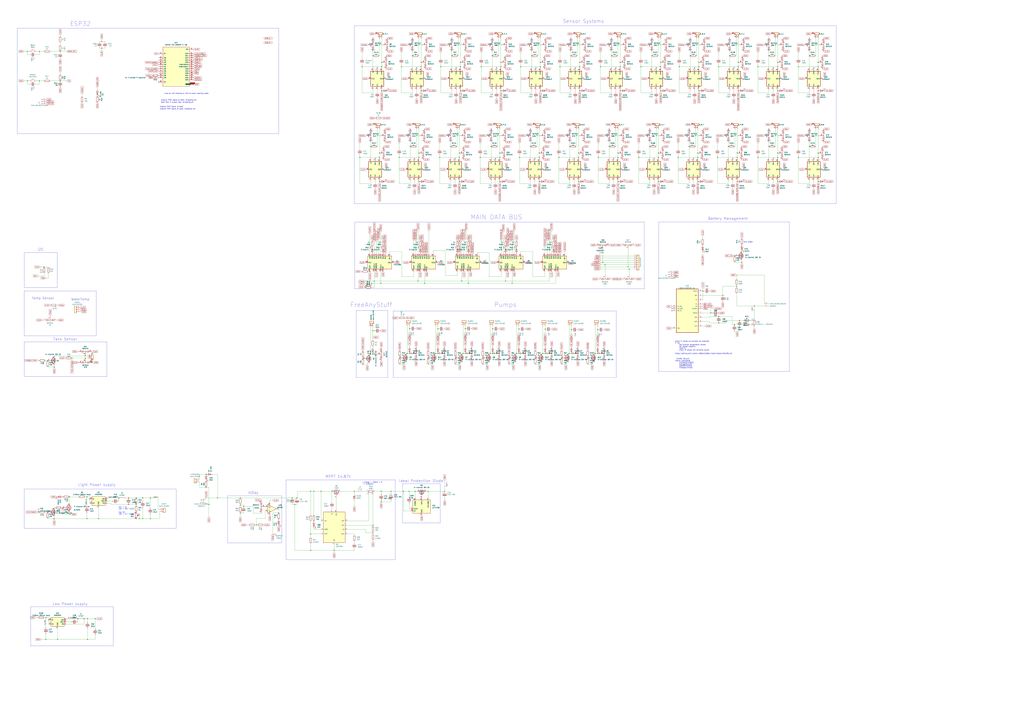
<source format=kicad_sch>
(kicad_sch
	(version 20231120)
	(generator "eeschema")
	(generator_version "8.0")
	(uuid "c26e8d55-0b6e-4c4e-b7c8-b1fed973201c")
	(paper "A0")
	(title_block
		(title "Plant Controller")
		(date "2020-12-21")
		(rev "0.4a")
		(company "C3MA")
	)
	
	(junction
		(at 242.57 586.105)
		(diameter 0)
		(color 0 0 0 0)
		(uuid "006314ff-9060-4674-a7fc-dac02fc6a66c")
	)
	(junction
		(at 673.1 105.41)
		(diameter 0)
		(color 0 0 0 0)
		(uuid "00aa2668-7899-44bb-a923-035a5475c9ad")
	)
	(junction
		(at 279.019 586.867)
		(diameter 0)
		(color 0 0 0 0)
		(uuid "01041127-725b-4ce5-8f58-38fb3fd24a79")
	)
	(junction
		(at 861.441 304.8)
		(diameter 0)
		(color 0 0 0 0)
		(uuid "019516b6-2017-4782-b9e1-e6df47d40092")
	)
	(junction
		(at 627.38 77.47)
		(diameter 0)
		(color 0 0 0 0)
		(uuid "0291157f-d7a2-4e88-97aa-293b4ab12f27")
	)
	(junction
		(at 110.49 718.82)
		(diameter 0)
		(color 0 0 0 0)
		(uuid "044b370d-4a42-4fab-a8a0-78f235931201")
	)
	(junction
		(at 949.96 182.88)
		(diameter 0)
		(color 0 0 0 0)
		(uuid "056f1730-6060-4578-83f3-c630b17a9fd6")
	)
	(junction
		(at 387.985 639.445)
		(diameter 0)
		(color 0 0 0 0)
		(uuid "064498dc-e504-4f86-9f3f-c7515e3a87b5")
	)
	(junction
		(at 100.965 577.215)
		(diameter 0)
		(color 0 0 0 0)
		(uuid "06d8b90d-baa0-4504-baff-642acafdb6f4")
	)
	(junction
		(at 440.69 52.07)
		(diameter 0)
		(color 0 0 0 0)
		(uuid "07c897fb-6e92-46c9-ad9b-9190d0fcc65a")
	)
	(junction
		(at 488.95 77.47)
		(diameter 0)
		(color 0 0 0 0)
		(uuid "08256309-d8fa-4ac4-96ab-6ef0e3d79fe3")
	)
	(junction
		(at 486.41 52.07)
		(diameter 0)
		(color 0 0 0 0)
		(uuid "08466ce7-69b1-4efe-8911-4f365d4c58e1")
	)
	(junction
		(at 472.948 410.718)
		(diameter 0)
		(color 0 0 0 0)
		(uuid "09028f9d-45e1-4366-826a-88a396abe002")
	)
	(junction
		(at 533.4 177.8)
		(diameter 0)
		(color 0 0 0 0)
		(uuid "09096109-fa68-4718-976b-56a87edb3540")
	)
	(junction
		(at 534.67 77.47)
		(diameter 0)
		(color 0 0 0 0)
		(uuid "0937071f-c53c-4d6c-9c38-692d95ed72bb")
	)
	(junction
		(at 602.488 410.718)
		(diameter 0)
		(color 0 0 0 0)
		(uuid "0a372b77-1bd4-4b2a-8539-3c6b9cb168d3")
	)
	(junction
		(at 239.268 566.293)
		(diameter 0)
		(color 0 0 0 0)
		(uuid "0af1c44b-ddbf-4d31-a823-e5834c357558")
	)
	(junction
		(at 31.75 59.69)
		(diameter 0)
		(color 0 0 0 0)
		(uuid "0c801748-df91-4145-83f3-9b19cb585cd0")
	)
	(junction
		(at 239.268 551.053)
		(diameter 0)
		(color 0 0 0 0)
		(uuid "0cbcfcf2-f3b3-4480-9680-29db347f36d4")
	)
	(junction
		(at 764.54 52.07)
		(diameter 0)
		(color 0 0 0 0)
		(uuid "0cc7469e-208a-4a36-9842-4bda7e989b43")
	)
	(junction
		(at 650.24 77.47)
		(diameter 0)
		(color 0 0 0 0)
		(uuid "0d124a42-ca50-4303-8c7d-675efcd05b50")
	)
	(junction
		(at 533.4 210.82)
		(diameter 0)
		(color 0 0 0 0)
		(uuid "0e6c51f3-9cf0-4d39-b867-957514a4cffb")
	)
	(junction
		(at 100.965 602.615)
		(diameter 0)
		(color 0 0 0 0)
		(uuid "0eea3930-0275-4c9f-97c6-e4491faf7ffd")
	)
	(junction
		(at 442.214 329.184)
		(diameter 0)
		(color 0 0 0 0)
		(uuid "100d0f8b-2f86-49dd-861e-b2d9c9a4a2d9")
	)
	(junction
		(at 810.26 210.82)
		(diameter 0)
		(color 0 0 0 0)
		(uuid "10a2f627-65be-4790-82c7-23fc30f1ebc8")
	)
	(junction
		(at 880.11 77.47)
		(diameter 0)
		(color 0 0 0 0)
		(uuid "1247d154-c222-40a3-bf20-e175c54609e1")
	)
	(junction
		(at 442.595 582.93)
		(diameter 0)
		(color 0 0 0 0)
		(uuid "136b5f16-d5fe-4c8a-8508-0e9ad86f8f43")
	)
	(junction
		(at 702.564 307.594)
		(diameter 0)
		(color 0 0 0 0)
		(uuid "14b6b14d-4e33-4c9c-a6d4-2829760e6cc4")
	)
	(junction
		(at 454.025 570.865)
		(diameter 0)
		(color 0 0 0 0)
		(uuid "15c019f7-a03b-47ae-a51c-abc73c51bd40")
	)
	(junction
		(at 833.12 182.88)
		(diameter 0)
		(color 0 0 0 0)
		(uuid "175fa201-c177-4f58-8dde-d5956f2a16ff")
	)
	(junction
		(at 438.15 157.48)
		(diameter 0)
		(color 0 0 0 0)
		(uuid "18e0c706-cdcf-4ef7-bafe-108bf0d8e7a5")
	)
	(junction
		(at 720.09 77.47)
		(diameter 0)
		(color 0 0 0 0)
		(uuid "1bb5276a-8f0f-410b-abfe-9ff2390407cd")
	)
	(junction
		(at 764.54 182.88)
		(diameter 0)
		(color 0 0 0 0)
		(uuid "1d5fcac9-4a29-4741-87c7-a1f394a7c143")
	)
	(junction
		(at 700.024 293.624)
		(diameter 0)
		(color 0 0 0 0)
		(uuid "1ec24ea8-049a-4547-addf-26eafaa81113")
	)
	(junction
		(at 297.561 609.981)
		(diameter 0)
		(color 0 0 0 0)
		(uuid "1ef17c59-222a-4989-aa08-3c7f869a2700")
	)
	(junction
		(at 627.38 105.41)
		(diameter 0)
		(color 0 0 0 0)
		(uuid "20de1a03-6ad7-4bce-aa43-c7f71c0bd4f4")
	)
	(junction
		(at 854.71 52.07)
		(diameter 0)
		(color 0 0 0 0)
		(uuid "20e9d8a1-6a1d-45fa-8e3f-949a8dfc4446")
	)
	(junction
		(at 580.39 210.82)
		(diameter 0)
		(color 0 0 0 0)
		(uuid "20f249eb-73f1-4c03-a215-0d9ce4b87b04")
	)
	(junction
		(at 558.8 77.47)
		(diameter 0)
		(color 0 0 0 0)
		(uuid "210116a8-ca16-4347-824d-d234d1470ec6")
	)
	(junction
		(at 430.276 411.48)
		(diameter 0)
		(color 0 0 0 0)
		(uuid "2124662e-0101-4907-a279-d22f77f179e9")
	)
	(junction
		(at 572.008 382.016)
		(diameter 0)
		(color 0 0 0 0)
		(uuid "2125b107-250d-44b9-ae2a-63555b15b96b")
	)
	(junction
		(at 423.926 333.248)
		(diameter 0)
		(color 0 0 0 0)
		(uuid "21c9489c-b7e7-411e-8242-06cb982ccdfb")
	)
	(junction
		(at 717.55 52.07)
		(diameter 0)
		(color 0 0 0 0)
		(uuid "2229d344-cb60-4539-b02a-c72401d1ef40")
	)
	(junction
		(at 693.928 410.718)
		(diameter 0)
		(color 0 0 0 0)
		(uuid "225164a2-0641-4a42-83a1-eb3ceb752f37")
	)
	(junction
		(at 811.53 72.39)
		(diameter 0)
		(color 0 0 0 0)
		(uuid "226bed9c-0a6f-4bd0-813b-9392b44d9d1d")
	)
	(junction
		(at 540.258 381.762)
		(diameter 0)
		(color 0 0 0 0)
		(uuid "22b03adb-32c5-4612-9736-645d72daaf12")
	)
	(junction
		(at 474.98 570.865)
		(diameter 0)
		(color 0 0 0 0)
		(uuid "243935e2-4f6a-429d-bbc1-4327fafdf466")
	)
	(junction
		(at 902.97 72.39)
		(diameter 0)
		(color 0 0 0 0)
		(uuid "24d08619-518e-4098-984b-359c175f8d44")
	)
	(junction
		(at 476.25 170.18)
		(diameter 0)
		(color 0 0 0 0)
		(uuid "2743e494-c376-4611-b96b-27e9396dcdfe")
	)
	(junction
		(at 165.735 578.485)
		(diameter 0)
		(color 0 0 0 0)
		(uuid "27bdfd08-9fa2-4018-8386-f5f9458ea23f")
	)
	(junction
		(at 560.578 415.798)
		(diameter 0)
		(color 0 0 0 0)
		(uuid "288439ce-4d40-4524-9a56-c937c30e7f5c")
	)
	(junction
		(at 104.267 579.628)
		(diameter 0)
		(color 0 0 0 0)
		(uuid "2977a76b-3c36-4356-9c23-ef25b0e79774")
	)
	(junction
		(at 632.968 410.718)
		(diameter 0)
		(color 0 0 0 0)
		(uuid "2affe026-8dd0-4fb0-90f9-21a8fa9a4bdc")
	)
	(junction
		(at 669.29 157.48)
		(diameter 0)
		(color 0 0 0 0)
		(uuid "2b3eaa0b-2344-48c6-b38e-464d8b2a5dce")
	)
	(junction
		(at 486.41 177.8)
		(diameter 0)
		(color 0 0 0 0)
		(uuid "2d987caf-ac1d-4744-a3c5-f14501a3c0db")
	)
	(junction
		(at 810.26 177.8)
		(diameter 0)
		(color 0 0 0 0)
		(uuid "2da75737-a4ca-49a8-92da-47dd6a88f47e")
	)
	(junction
		(at 694.69 182.88)
		(diameter 0)
		(color 0 0 0 0)
		(uuid "2dca3751-8e97-49d3-b339-07a6a466870d")
	)
	(junction
		(at 853.186 297.18)
		(diameter 0)
		(color 0 0 0 0)
		(uuid "2e5d7e3a-d510-4703-91de-7e2ba8a4a274")
	)
	(junction
		(at 62.865 602.615)
		(diameter 0)
		(color 0 0 0 0)
		(uuid "30c447cc-ce18-498c-a30a-de1223bde459")
	)
	(junction
		(at 662.94 64.77)
		(diameter 0)
		(color 0 0 0 0)
		(uuid "31e40d4a-0b31-4e6b-9547-6305b5630b68")
	)
	(junction
		(at 73.025 589.915)
		(diameter 0)
		(color 0 0 0 0)
		(uuid "33109daa-b629-475e-bf83-217328126604")
	)
	(junction
		(at 475.488 410.718)
		(diameter 0)
		(color 0 0 0 0)
		(uuid "34e846f7-9dcf-4f40-8420-68c319584cee")
	)
	(junction
		(at 51.054 310.134)
		(diameter 0)
		(color 0 0 0 0)
		(uuid "37004126-8324-4e79-9b08-419ef1721827")
	)
	(junction
		(at 344.805 578.485)
		(diameter 0)
		(color 0 0 0 0)
		(uuid "394a6417-c4c4-43a0-ad22-7a964e628e7d")
	)
	(junction
		(at 709.93 64.77)
		(diameter 0)
		(color 0 0 0 0)
		(uuid "3c301991-dc9e-4f43-9128-66bfd71d7c13")
	)
	(junction
		(at 279.019 596.138)
		(diameter 0)
		(color 0 0 0 0)
		(uuid "3d8fb177-4b5a-4526-95fd-c4109587c044")
	)
	(junction
		(at 839.343 343.281)
		(diameter 0)
		(color 0 0 0 0)
		(uuid "41246bb7-c8e2-4c38-9094-9b2d2a32bbbe")
	)
	(junction
		(at 660.908 410.718)
		(diameter 0)
		(color 0 0 0 0)
		(uuid "415b2ab4-f4dd-4fee-870b-9ba95dac6a8b")
	)
	(junction
		(at 767.08 105.41)
		(diameter 0)
		(color 0 0 0 0)
		(uuid "4354cd5a-2fed-4af9-af80-8e5138abc8b6")
	)
	(junction
		(at 440.69 210.82)
		(diameter 0)
		(color 0 0 0 0)
		(uuid "4479d223-9a77-4250-8ede-fec47313a2f0")
	)
	(junction
		(at 69.85 59.69)
		(diameter 0)
		(color 0 0 0 0)
		(uuid "44bf766d-2222-4637-ada1-6cbff94abbf8")
	)
	(junction
		(at 158.115 602.615)
		(diameter 0)
		(color 0 0 0 0)
		(uuid "44cd3143-c150-4d17-bd07-6ba56767d7c5")
	)
	(junction
		(at 875.919 355.473)
		(diameter 0)
		(color 0 0 0 0)
		(uuid "4508e97c-f8e4-4ecb-9775-d92576a69269")
	)
	(junction
		(at 845.82 170.18)
		(diameter 0)
		(color 0 0 0 0)
		(uuid "45e6ea4d-1ae0-4fdc-823f-0b8b86795711")
	)
	(junction
		(at 516.255 570.865)
		(diameter 0)
		(color 0 0 0 0)
		(uuid "464f670a-23da-4072-9135-c7f8cde45344")
	)
	(junction
		(at 505.968 410.718)
		(diameter 0)
		(color 0 0 0 0)
		(uuid "477944b3-0f91-44bb-99ca-1f00b91186f2")
	)
	(junction
		(at 741.68 182.88)
		(diameter 0)
		(color 0 0 0 0)
		(uuid "4785108c-8558-4438-8cc1-10bc36f1d766")
	)
	(junction
		(at 511.81 77.47)
		(diameter 0)
		(color 0 0 0 0)
		(uuid "48860968-10fd-4376-b0b5-b1e0357fbf1d")
	)
	(junction
		(at 440.69 177.8)
		(diameter 0)
		(color 0 0 0 0)
		(uuid "4acc3ea6-e0bd-49be-9073-184494766951")
	)
	(junction
		(at 615.95 170.18)
		(diameter 0)
		(color 0 0 0 0)
		(uuid "4ba43b26-3cfb-46fa-a35a-6fb114dee778")
	)
	(junction
		(at 497.078 415.798)
		(diameter 0)
		(color 0 0 0 0)
		(uuid "4c43d807-6025-4458-873e-b0e60bc37c3c")
	)
	(junction
		(at 834.39 77.47)
		(diameter 0)
		(color 0 0 0 0)
		(uuid "4cd0c740-4e02-45a2-b036-c71b088c4a0e")
	)
	(junction
		(at 532.13 52.07)
		(diameter 0)
		(color 0 0 0 0)
		(uuid "4f4c6f69-a183-4f84-9d64-6e5dc077d658")
	)
	(junction
		(at 149.225 578.485)
		(diameter 0)
		(color 0 0 0 0)
		(uuid "4fc5b79a-48b8-4875-b2fa-ce2c0b207ed6")
	)
	(junction
		(at 880.11 182.88)
		(diameter 0)
		(color 0 0 0 0)
		(uuid "51396988-d3d0-4ff2-87e4-6f9dbc1220f3")
	)
	(junction
		(at 572.008 410.718)
		(diameter 0)
		(color 0 0 0 0)
		(uuid "547e0024-8ca5-4fd9-9ed0-6e6fa4efe2d1")
	)
	(junction
		(at 429.514 315.468)
		(diameter 0)
		(color 0 0 0 0)
		(uuid "54c228c6-a419-4461-b51c-f4689ab11c16")
	)
	(junction
		(at 648.97 182.88)
		(diameter 0)
		(color 0 0 0 0)
		(uuid "54e7dc2f-bc56-4792-9ac4-117d8dbca40c")
	)
	(junction
		(at 632.968 382.524)
		(diameter 0)
		(color 0 0 0 0)
		(uuid "54f14d31-ee75-4d90-bbd6-d53b9269dae6")
	)
	(junction
		(at 468.63 570.865)
		(diameter 0)
		(color 0 0 0 0)
		(uuid "55707df8-1ce8-4b01-b189-1ba64f13e6d9")
	)
	(junction
		(at 411.48 570.865)
		(diameter 0)
		(color 0 0 0 0)
		(uuid "557c9344-c4f5-407c-87a3-c05772708fc7")
	)
	(junction
		(at 617.22 64.77)
		(diameter 0)
		(color 0 0 0 0)
		(uuid "56f832ea-d1cc-4984-8a8b-0e7133ede2c5")
	)
	(junction
		(at 543.814 329.184)
		(diameter 0)
		(color 0 0 0 0)
		(uuid "571b3a6c-6e61-4f9f-818f-0b28c631e46f")
	)
	(junction
		(at 858.647 372.237)
		(diameter 0)
		(color 0 0 0 0)
		(uuid "571c9066-df12-43af-bb34-ea8f17352e33")
	)
	(junction
		(at 55.372 418.846)
		(diameter 0)
		(color 0 0 0 0)
		(uuid "5a159a05-57fa-411f-9de3-7f0e035fb745")
	)
	(junction
		(at 161.925 602.615)
		(diameter 0)
		(color 0 0 0 0)
		(uuid "5a782664-d096-4b9f-8da4-e576a5adbff8")
	)
	(junction
		(at 433.07 610.235)
		(diameter 0)
		(color 0 0 0 0)
		(uuid "5aef8b40-8452-4805-a5e4-da8d93469853")
	)
	(junction
		(at 483.87 157.48)
		(diameter 0)
		(color 0 0 0 0)
		(uuid "5c0f7831-90bd-4a4c-9d4c-2da3b5672d2b")
	)
	(junction
		(at 949.96 210.82)
		(diameter 0)
		(color 0 0 0 0)
		(uuid "5ceaf71a-e41b-43cf-9440-19b0bfa04e5b")
	)
	(junction
		(at 464.058 415.798)
		(diameter 0)
		(color 0 0 0 0)
		(uuid "5df117be-4263-48e0-a710-5721bdeecfb9")
	)
	(junction
		(at 581.66 105.41)
		(diameter 0)
		(color 0 0 0 0)
		(uuid "5df17aa2-8dfb-48ae-8685-e7ce31adb84a")
	)
	(junction
		(at 720.09 72.39)
		(diameter 0)
		(color 0 0 0 0)
		(uuid "5e07ad26-e150-4199-ab31-eb5040da53d6")
	)
	(junction
		(at 949.96 72.39)
		(diameter 0)
		(color 0 0 0 0)
		(uuid "5fa7f66d-45ff-4878-ba71-365eed5d84cd")
	)
	(junction
		(at 497.205 570.865)
		(diameter 0)
		(color 0 0 0 0)
		(uuid "60684402-d96a-439d-a47a-f1940a639b1b")
	)
	(junction
		(at 671.83 177.8)
		(diameter 0)
		(color 0 0 0 0)
		(uuid "617af57a-6f8e-481b-b79f-b9a3cfaf16ce")
	)
	(junction
		(at 53.34 742.95)
		(diameter 0)
		(color 0 0 0 0)
		(uuid "62e83d49-6450-4f8e-9161-9823cbd9fa8a")
	)
	(junction
		(at 360.68 639.445)
		(diameter 0)
		(color 0 0 0 0)
		(uuid "62e8e510-5776-41a5-b7ef-659764595cf0")
	)
	(junction
		(at 807.72 157.48)
		(diameter 0)
		(color 0 0 0 0)
		(uuid "65204e4c-c54f-4ce3-995b-3b8f72dee35a")
	)
	(junction
		(at 787.4 182.88)
		(diameter 0)
		(color 0 0 0 0)
		(uuid "65736e5b-6052-4c51-af65-3f96debe5037")
	)
	(junction
		(at 939.8 64.77)
		(diameter 0)
		(color 0 0 0 0)
		(uuid "65cbc274-d7cb-42c3-8f8f-60f9d792fdf2")
	)
	(junction
		(at 670.56 52.07)
		(diameter 0)
		(color 0 0 0 0)
		(uuid "66ccc91c-e1df-471f-b2c3-ab0b4c9054c7")
	)
	(junction
		(at 485.394 326.644)
		(diameter 0)
		(color 0 0 0 0)
		(uuid "68f4d8af-c27e-4056-a2a9-dbd2514de570")
	)
	(junction
		(at 442.595 570.865)
		(diameter 0)
		(color 0 0 0 0)
		(uuid "697147b1-0224-4f54-a454-fb14851852a2")
	)
	(junction
		(at 720.09 105.41)
		(diameter 0)
		(color 0 0 0 0)
		(uuid "6b976759-90c3-48f0-a6ef-e59cc04749c7")
	)
	(junction
		(at 481.965 570.865)
		(diameter 0)
		(color 0 0 0 0)
		(uuid "6b9d9747-b3ff-43d2-8486-466834aa4452")
	)
	(junction
		(at 602.488 382.27)
		(diameter 0)
		(color 0 0 0 0)
		(uuid "6c849387-b46a-4c70-adb8-4a7816d1702c")
	)
	(junction
		(at 902.97 182.88)
		(diameter 0)
		(color 0 0 0 0)
		(uuid "6e0838ab-f2e2-49d5-a845-cb60e1e79307")
	)
	(junction
		(at 137.795 578.485)
		(diameter 0)
		(color 0 0 0 0)
		(uuid "6e8888f6-ec84-4dea-a75b-c49e51edec1e")
	)
	(junction
		(at 586.994 326.644)
		(diameter 0)
		(color 0 0 0 0)
		(uuid "6f775e6c-425b-4467-9456-84a9fc9d7d35")
	)
	(junction
		(at 599.948 410.718)
		(diameter 0)
		(color 0 0 0 0)
		(uuid "74872d2f-df92-44ce-a737-7d0693ac46a3")
	)
	(junction
		(at 252.603 578.485)
		(diameter 0)
		(color 0 0 0 0)
		(uuid "74d5e0e4-cd91-4e01-8980-afaf347113fd")
	)
	(junction
		(at 99.06 413.512)
		(diameter 0)
		(color 0 0 0 0)
		(uuid "750169c9-8dda-4196-8b70-7629a1386317")
	)
	(junction
		(at 754.38 170.18)
		(diameter 0)
		(color 0 0 0 0)
		(uuid "755e7c01-7fbd-4b6b-a35b-f8ace9c84059")
	)
	(junction
		(at 764.54 177.8)
		(diameter 0)
		(color 0 0 0 0)
		(uuid "7680ffe6-e942-469f-ba4d-7b9667ad6e1b")
	)
	(junction
		(at 478.79 64.77)
		(diameter 0)
		(color 0 0 0 0)
		(uuid "771c7e99-805a-4e44-85bd-0da8373a89ae")
	)
	(junction
		(at 524.51 64.77)
		(diameter 0)
		(color 0 0 0 0)
		(uuid "77ff220f-b888-4c85-a233-e6d8b49cc4e3")
	)
	(junction
		(at 385.445 570.865)
		(diameter 0)
		(color 0 0 0 0)
		(uuid "792fa4db-0ff6-47c2-b282-e4d8f6701888")
	)
	(junction
		(at 579.12 52.07)
		(diameter 0)
		(color 0 0 0 0)
		(uuid "7ac4fb1b-c515-4587-a49c-80a96e67ee05")
	)
	(junction
		(at 810.26 182.88)
		(diameter 0)
		(color 0 0 0 0)
		(uuid "7b027a2d-0f3a-45a8-ae29-1daaec674f65")
	)
	(junction
		(at 417.83 182.88)
		(diameter 0)
		(color 0 0 0 0)
		(uuid "7bfb5a0b-e21d-4384-b179-6da39c383739")
	)
	(junction
		(at 855.98 177.8)
		(diameter 0)
		(color 0 0 0 0)
		(uuid "7ca049b0-3853-4bc5-a7c8-0ff4943a4da3")
	)
	(junction
		(at 707.39 170.18)
		(diameter 0)
		(color 0 0 0 0)
		(uuid "7d2ffaa0-e04f-4276-95e0-08660c987bee")
	)
	(junction
		(at 949.96 177.8)
		(diameter 0)
		(color 0 0 0 0)
		(uuid "7d3effd5-eeea-41d3-9fa3-f3e707aa3547")
	)
	(junction
		(at 66.802 742.95)
		(diameter 0)
		(color 0 0 0 0)
		(uuid "7ea02348-2ae2-4ac7-a02a-9029063eb3d7")
	)
	(junction
		(at 434.594 326.644)
		(diameter 0)
		(color 0 0 0 0)
		(uuid "805ba7db-9e85-428e-9f5b-9063e8278c60")
	)
	(junction
		(at 621.538 415.798)
		(diameter 0)
		(color 0 0 0 0)
		(uuid "80f5b8a1-cdbe-4850-a609-339b8c898669")
	)
	(junction
		(at 729.234 310.134)
		(diameter 0)
		(color 0 0 0 0)
		(uuid "819a85d3-cd43-455c-8023-715c1f29dcd2")
	)
	(junction
		(at 581.66 72.39)
		(diameter 0)
		(color 0 0 0 0)
		(uuid "8225e333-80d8-4295-ae81-9381467a8852")
	)
	(junction
		(at 80.645 577.215)
		(diameter 0)
		(color 0 0 0 0)
		(uuid "82572895-6594-489b-b5dd-a8b4d09bcb09")
	)
	(junction
		(at 855.98 210.82)
		(diameter 0)
		(color 0 0 0 0)
		(uuid "82ffee17-895e-431b-b599-2c6c2410e332")
	)
	(junction
		(at 97.79 718.82)
		(diameter 0)
		(color 0 0 0 0)
		(uuid "843e9870-799e-444a-a4e6-716ced5cbe43")
	)
	(junction
		(at 604.52 77.47)
		(diameter 0)
		(color 0 0 0 0)
		(uuid "863e1d95-9eac-44c6-be76-0633996c7555")
	)
	(junction
		(at 510.54 182.88)
		(diameter 0)
		(color 0 0 0 0)
		(uuid "88ab3f5d-2458-416d-9091-2696065ca0ec")
	)
	(junction
		(at 762 157.48)
		(diameter 0)
		(color 0 0 0 0)
		(uuid "88fd008b-8f19-40b4-b0f2-463d33ee4f9c")
	)
	(junction
		(at 892.81 64.77)
		(diameter 0)
		(color 0 0 0 0)
		(uuid "89afa966-b2d1-4c49-9b36-f745e856f709")
	)
	(junction
		(at 443.23 77.47)
		(diameter 0)
		(color 0 0 0 0)
		(uuid "89d548a8-bdb5-4e23-a199-0bbbedd4997d")
	)
	(junction
		(at 364.49 570.865)
		(diameter 0)
		(color 0 0 0 0)
		(uuid "8badbd3a-472d-49c6-9995-2681ebcad861")
	)
	(junction
		(at 671.83 210.82)
		(diameter 0)
		(color 0 0 0 0)
		(uuid "8c093cb3-77f3-4dda-9697-194f266a7e72")
	)
	(junction
		(at 947.42 157.48)
		(diameter 0)
		(color 0 0 0 0)
		(uuid "8d07beb1-b6f8-4a89-9393-a69158aac925")
	)
	(junction
		(at 83.566 416.052)
		(diameter 0)
		(color 0 0 0 0)
		(uuid "8dbf3f53-4dbe-4577-8253-5d3d05e20a7d")
	)
	(junction
		(at 528.828 415.798)
		(diameter 0)
		(color 0 0 0 0)
		(uuid "8ddc18df-7f6d-40fe-971f-5b7ea913cac2")
	)
	(junction
		(at 744.22 77.47)
		(diameter 0)
		(color 0 0 0 0)
		(uuid "8debd7b6-0066-4169-b949-daab0e7da110")
	)
	(junction
		(at 623.57 157.48)
		(diameter 0)
		(color 0 0 0 0)
		(uuid "8ef3e30c-42b6-465f-a448-23fe6906f0b2")
	)
	(junction
		(at 443.23 105.41)
		(diameter 0)
		(color 0 0 0 0)
		(uuid "8ff62b5c-bc77-4820-888f-4a6ece745d24")
	)
	(junction
		(at 56.642 720.09)
		(diameter 0)
		(color 0 0 0 0)
		(uuid "9330ab14-2e88-49fc-b8ec-647acef19c05")
	)
	(junction
		(at 949.96 105.41)
		(diameter 0)
		(color 0 0 0 0)
		(uuid "93a355b3-4747-473b-8431-31e17aa68877")
	)
	(junction
		(at 433.07 64.77)
		(diameter 0)
		(color 0 0 0 0)
		(uuid "9576a06f-b593-41da-bbfe-e06c442136f2")
	)
	(junction
		(at 627.38 72.39)
		(diameter 0)
		(color 0 0 0 0)
		(uuid "9663c610-3dc9-497c-93a1-678b867c2886")
	)
	(junction
		(at 158.115 586.105)
		(diameter 0)
		(color 0 0 0 0)
		(uuid "96f15460-13f3-4312-89f8-b71934eaedb8")
	)
	(junction
		(at 114.427 602.615)
		(diameter 0)
		(color 0 0 0 0)
		(uuid "977868cb-abe1-483f-8f43-5a8a20726067")
	)
	(junction
		(at 557.53 182.88)
		(diameter 0)
		(color 0 0 0 0)
		(uuid "993535bb-5b30-47db-aafd-1534a34e630a")
	)
	(junction
		(at 900.43 52.07)
		(diameter 0)
		(color 0 0 0 0)
		(uuid "9cc7a172-ae49-4913-9055-39d5ef3fef9f")
	)
	(junction
		(at 756.92 64.77)
		(diameter 0)
		(color 0 0 0 0)
		(uuid "9d33b90f-13aa-446e-a5f9-263ea35835eb")
	)
	(junction
		(at 902.97 105.41)
		(diameter 0)
		(color 0 0 0 0)
		(uuid "9ebfcd01-ea5d-49db-84aa-d06db7dd8cc0")
	)
	(junction
		(at 811.53 105.41)
		(diameter 0)
		(color 0 0 0 0)
		(uuid "9f152d33-fbfb-4f9a-bb8c-6fce1e7aba66")
	)
	(junction
		(at 800.1 170.18)
		(diameter 0)
		(color 0 0 0 0)
		(uuid "a11f2e2b-c0ca-452c-864a-0a4b38092ab8")
	)
	(junction
		(at 663.448 383.032)
		(diameter 0)
		(color 0 0 0 0)
		(uuid "a1d7e5c8-d217-457c-b56c-ecad97fd4c0e")
	)
	(junction
		(at 949.96 77.47)
		(diameter 0)
		(color 0 0 0 0)
		(uuid "a20fdc64-be45-4cca-94be-3e663d9612b6")
	)
	(junction
		(at 691.388 410.718)
		(diameter 0)
		(color 0 0 0 0)
		(uuid "a29c0663-342d-4535-aac0-b31dad8318cf")
	)
	(junction
		(at 488.95 105.41)
		(diameter 0)
		(color 0 0 0 0)
		(uuid "a2d0682d-d97e-4a7b-a7ed-fcacc763e719")
	)
	(junction
		(at 45.72 59.69)
		(diameter 0)
		(color 0 0 0 0)
		(uuid "a3104c80-278d-416a-b409-fd08d784c6c7")
	)
	(junction
		(at 486.41 210.82)
		(diameter 0)
		(color 0 0 0 0)
		(uuid "a3f773d2-5e55-434e-8f14-034d1dd22cd2")
	)
	(junction
		(at 570.23 170.18)
		(diameter 0)
		(color 0 0 0 0)
		(uuid "a481edbc-753e-459d-be51-d15b582ed0dc")
	)
	(junction
		(at 488.95 72.39)
		(diameter 0)
		(color 0 0 0 0)
		(uuid "a51dad76-ee1b-420e-ab4a-b57bb17c6457")
	)
	(junction
		(at 717.55 210.82)
		(diameter 0)
		(color 0 0 0 0)
		(uuid "a52b9040-29e8-4f09-9c60-871ac2718a13")
	)
	(junction
		(at 508.508 410.718)
		(diameter 0)
		(color 0 0 0 0)
		(uuid "a685894a-983c-450f-b9c3-4d7e6d929974")
	)
	(junction
		(at 174.625 602.615)
		(diameter 0)
		(color 0 0 0 0)
		(uuid "a70da482-a861-4e2f-9d2b-6183a6f0f87e")
	)
	(junction
		(at 44.704 594.995)
		(diameter 0)
		(color 0 0 0 0)
		(uuid "a757038c-5365-4452-9233-cd270451996f")
	)
	(junction
		(at 530.86 157.48)
		(diameter 0)
		(color 0 0 0 0)
		(uuid "a87df46c-4cff-4236-9f4f-14695f384b58")
	)
	(junction
		(at 433.07 619.125)
		(diameter 0)
		(color 0 0 0 0)
		(uuid "a8c1d291-f95c-499f-a8f0-8d347b07d19e")
	)
	(junction
		(at 372.745 570.865)
		(diameter 0)
		(color 0 0 0 0)
		(uuid "a90e40e7-9f3e-4a7e-bc30-d292bc1ab9ed")
	)
	(junction
		(at 360.68 570.865)
		(diameter 0)
		(color 0 0 0 0)
		(uuid "a918e227-4862-4ef1-b1b4-1ecbab47421d")
	)
	(junction
		(at 673.1 72.39)
		(diameter 0)
		(color 0 0 0 0)
		(uuid "a986dba8-d929-48dd-9e7a-f344bbf05228")
	)
	(junction
		(at 106.934 421.132)
		(diameter 0)
		(color 0 0 0 0)
		(uuid "a99f2dd3-1db5-4646-bd5d-42af73cee85a")
	)
	(junction
		(at 661.67 170.18)
		(diameter 0)
		(color 0 0 0 0)
		(uuid "aa09def5-302a-4ac5-9e1e-619a3c3908a6")
	)
	(junction
		(at 342.265 586.105)
		(diameter 0)
		(color 0 0 0 0)
		(uuid "aa0d7669-67ff-4603-888b-7d15a03d73a6")
	)
	(junction
		(at 158.115 578.485)
		(diameter 0)
		(color 0 0 0 0)
		(uuid "aa659c87-6d9f-4a94-913b-ec00337baaa9")
	)
	(junction
		(at 717.55 182.88)
		(diameter 0)
		(color 0 0 0 0)
		(uuid "aae34ba1-f38d-4bd3-b9e2-391e50953d3f")
	)
	(junction
		(at 149.225 586.105)
		(diameter 0)
		(color 0 0 0 0)
		(uuid "ab83cc7b-a4bb-42ce-806a-ad57b1f1f16f")
	)
	(junction
		(at 816.229 338.201)
		(diameter 0)
		(color 0 0 0 0)
		(uuid "abed498a-7286-4258-a6a3-0ad40837fa9c")
	)
	(junction
		(at 282.829 588.518)
		(diameter 0)
		(color 0 0 0 0)
		(uuid "ac18742b-0669-4417-bf96-99d1ab0ff75f")
	)
	(junction
		(at 682.498 415.798)
		(diameter 0)
		(color 0 0 0 0)
		(uuid "ac6041ae-1077-46a6-b33a-6e568b0f7d89")
	)
	(junction
		(at 463.55 182.88)
		(diameter 0)
		(color 0 0 0 0)
		(uuid "acddd3cc-48f7-46ee-975a-53caf82611b3")
	)
	(junction
		(at 902.97 210.82)
		(diameter 0)
		(color 0 0 0 0)
		(uuid "ad39dec3-1625-482d-88d3-f5ff87a4c3b7")
	)
	(junction
		(at 508.508 382.016)
		(diameter 0)
		(color 0 0 0 0)
		(uuid "ae161ff6-e303-4db5-b037-b1f45682a4bb")
	)
	(junction
		(at 420.37 77.47)
		(diameter 0)
		(color 0 0 0 0)
		(uuid "ae74cbfc-b1c5-4ed6-b903-3e540362c04d")
	)
	(junction
		(at 486.41 182.88)
		(diameter 0)
		(color 0 0 0 0)
		(uuid "af19a906-bdca-4144-82f2-e4cf11d12528")
	)
	(junction
		(at 697.23 77.47)
		(diameter 0)
		(color 0 0 0 0)
		(uuid "b07eef50-598d-482e-a424-e47cc97fdc9a")
	)
	(junction
		(at 855.98 182.88)
		(diameter 0)
		(color 0 0 0 0)
		(uuid "b0d18b80-4e26-4a1b-9efa-cbea5878e011")
	)
	(junction
		(at 534.67 72.39)
		(diameter 0)
		(color 0 0 0 0)
		(uuid "b3193f61-4fd1-4f1f-b523-221742d8fc6a")
	)
	(junction
		(at 323.596 596.011)
		(diameter 0)
		(color 0 0 0 0)
		(uuid "b3465a47-f032-463a-8cb4-a402cd509d71")
	)
	(junction
		(at 594.614 329.184)
		(diameter 0)
		(color 0 0 0 0)
		(uuid "b491ef7e-d4fc-40bc-b76f-5d1efaed3d79")
	)
	(junction
		(at 603.25 182.88)
		(diameter 0)
		(color 0 0 0 0)
		(uuid "b64957d5-8ce0-43d6-9587-6f71112a6b09")
	)
	(junction
		(at 939.8 170.18)
		(diameter 0)
		(color 0 0 0 0)
		(uuid "b6c9f8c6-65fe-4bf3-8ed5-c36dad43bbac")
	)
	(junction
		(at 808.99 52.07)
		(diameter 0)
		(color 0 0 0 0)
		(uuid "b73b586a-1e15-476d-b602-92b2edb424a4")
	)
	(junction
		(at 466.09 77.47)
		(diameter 0)
		(color 0 0 0 0)
		(uuid "baaa3d38-45c3-47b1-9b56-f65b42bae8ff")
	)
	(junction
		(at 902.97 177.8)
		(diameter 0)
		(color 0 0 0 0)
		(uuid "bbebfda1-bd5b-4c84-a509-2953f28b59de")
	)
	(junction
		(at 534.67 105.41)
		(diameter 0)
		(color 0 0 0 0)
		(uuid "bfa35e35-8afe-43b6-8b84-34812569540d")
	)
	(junction
		(at 571.5 64.77)
		(diameter 0)
		(color 0 0 0 0)
		(uuid "bfa9bba0-8687-46b7-9688-b568b8fbf2d8")
	)
	(junction
		(at 533.4 182.88)
		(diameter 0)
		(color 0 0 0 0)
		(uuid "c00d984e-2e86-4935-9669-b4e2e09d259a")
	)
	(junction
		(at 80.645 597.535)
		(diameter 0)
		(color 0 0 0 0)
		(uuid "c1341956-3e76-4b89-ab41-469a1db0015c")
	)
	(junction
		(at 663.448 410.718)
		(diameter 0)
		(color 0 0 0 0)
		(uuid "c1611925-d0ac-42a4-83ae-6844b1cb71e3")
	)
	(junction
		(at 671.83 182.88)
		(diameter 0)
		(color 0 0 0 0)
		(uuid "c2314641-f31c-4508-af78-2f57e4a7f505")
	)
	(junction
		(at 717.55 177.8)
		(diameter 0)
		(color 0 0 0 0)
		(uuid "c23641d5-260f-4ad0-be8f-016a083bf6ef")
	)
	(junction
		(at 99.06 416.052)
		(diameter 0)
		(color 0 0 0 0)
		(uuid "c2c812ed-41b4-4200-984f-e76eae1d14de")
	)
	(junction
		(at 45.72 93.98)
		(diameter 0)
		(color 0 0 0 0)
		(uuid "c39add44-ba76-41fb-8f18-28fa0366e282")
	)
	(junction
		(at 536.194 326.644)
		(diameter 0)
		(color 0 0 0 0)
		(uuid "c42e1dcf-3c54-4be7-944c-4e798c674b09")
	)
	(junction
		(at 577.85 157.48)
		(diameter 0)
		(color 0 0 0 0)
		(uuid "c49e5141-a8c3-445b-9e93-85da32f8107b")
	)
	(junction
		(at 475.488 381.762)
		(diameter 0)
		(color 0 0 0 0)
		(uuid "c6d07995-bb57-4c01-9d40-c8c408016a09")
	)
	(junction
		(at 847.09 64.77)
		(diameter 0)
		(color 0 0 0 0)
		(uuid "c76a3b96-2cb3-4fc8-b488-0dcca3440df1")
	)
	(junction
		(at 101.6 742.95)
		(diameter 0)
		(color 0 0 0 0)
		(uuid "cac620f5-0af6-41f8-9844-d9f07ee0c129")
	)
	(junction
		(at 360.68 620.395)
		(diameter 0)
		(color 0 0 0 0)
		(uuid "caf08951-498e-42d7-836c-4ada133aecad")
	)
	(junction
		(at 432.816 384.302)
		(diameter 0)
		(color 0 0 0 0)
		(uuid "cbfbbc2e-484a-4954-8dc2-c7386c5d1301")
	)
	(junction
		(at 443.23 72.39)
		(diameter 0)
		(color 0 0 0 0)
		(uuid "cc1742d7-8664-42cd-9d15-cf8aeaa0b9a8")
	)
	(junction
		(at 834.517 367.665)
		(diameter 0)
		(color 0 0 0 0)
		(uuid "cc2cd7a1-fffc-47d8-9f80-fed0488b65e2")
	)
	(junction
		(at 53.34 717.55)
		(diameter 0)
		(color 0 0 0 0)
		(uuid "cc922bc0-96bd-4b17-b53a-b9b1b8fdaebf")
	)
	(junction
		(at 767.08 72.39)
		(diameter 0)
		(color 0 0 0 0)
		(uuid "ce01895a-fa9a-4896-b7f2-fef5868cf82b")
	)
	(junction
		(at 927.1 182.88)
		(diameter 0)
		(color 0 0 0 0)
		(uuid "cf763fe7-b793-477f-8b36-cf7f7ea16c7d")
	)
	(junction
		(at 652.018 415.798)
		(diameter 0)
		(color 0 0 0 0)
		(uuid "d0ccfc37-9d2e-4994-b901-fab6c387aa2a")
	)
	(junction
		(at 947.42 52.07)
		(diameter 0)
		(color 0 0 0 0)
		(uuid "d0de847b-b27b-499b-ba58-ccb6ddef554b")
	)
	(junction
		(at 165.735 602.615)
		(diameter 0)
		(color 0 0 0 0)
		(uuid "d17c286e-9606-4cb2-902a-10021903ed9a")
	)
	(junction
		(at 767.08 77.47)
		(diameter 0)
		(color 0 0 0 0)
		(uuid "d19f645d-0776-4567-83ac-422b741007b2")
	)
	(junction
		(at 31.75 93.98)
		(diameter 0)
		(color 0 0 0 0)
		(uuid "d2b0a197-1410-44de-bdc3-e63959ff5b39")
	)
	(junction
		(at 855.345 332.613)
		(diameter 0)
		(color 0 0 0 0)
		(uuid "d5d6a42c-48b3-4a54-a79b-12276d91096b")
	)
	(junction
		(at 811.53 77.47)
		(diameter 0)
		(color 0 0 0 0)
		(uuid "d6249b35-f815-4a16-b140-ef126a1eaecd")
	)
	(junction
		(at 62.992 426.466)
		(diameter 0)
		(color 0 0 0 0)
		(uuid "d6db9766-b81b-4a66-bc0a-843f0aeb559b")
	)
	(junction
		(at 693.928 383.032)
		(diameter 0)
		(color 0 0 0 0)
		(uuid "d776c8dc-ee54-41b4-8224-e7ddbf0679dc")
	)
	(junction
		(at 523.24 170.18)
		(diameter 0)
		(color 0 0 0 0)
		(uuid "d8a00944-9420-4f81-bd75-7b3b2297eab4")
	)
	(junction
		(at 834.517 375.285)
		(diameter 0)
		(color 0 0 0 0)
		(uuid "da137c69-6bb9-4555-bf7f-fd4ad6c5fd06")
	)
	(junction
		(at 624.84 52.07)
		(diameter 0)
		(color 0 0 0 0)
		(uuid "dad7c4d9-e9a4-490d-a74d-9ca70d83b08c")
	)
	(junction
		(at 591.058 415.798)
		(diameter 0)
		(color 0 0 0 0)
		(uuid "db8fa153-556e-4fc4-a8b6-63a7062d08ed")
	)
	(junction
		(at 101.6 718.82)
		(diameter 0)
		(color 0 0 0 0)
		(uuid "dd5d2f91-6f31-4419-a01a-1ac3389098ab")
	)
	(junction
		(at 339.09 578.485)
		(diameter 0)
		(color 0 0 0 0)
		(uuid "dda3d65b-6f54-4ee4-b1a0-dc35f1b01992")
	)
	(junction
		(at 626.11 210.82)
		(diameter 0)
		(color 0 0 0 0)
		(uuid "ddaac910-dbbc-4f71-93d1-4ca36cfe2a9e")
	)
	(junction
		(at 673.1 77.47)
		(diameter 0)
		(color 0 0 0 0)
		(uuid "de83de5a-2769-4a7b-8454-7c9ad5a2b4b5")
	)
	(junction
		(at 90.17 718.82)
		(diameter 0)
		(color 0 0 0 0)
		(uuid "de92b6a6-7a53-41cb-a051-66e1e7d1d440")
	)
	(junction
		(at 764.54 210.82)
		(diameter 0)
		(color 0 0 0 0)
		(uuid "df43b5b0-9fac-41e5-8b6d-c827e0a474e8")
	)
	(junction
		(at 801.37 64.77)
		(diameter 0)
		(color 0 0 0 0)
		(uuid "e10fea58-570d-4a9b-90af-35f26f3417bf")
	)
	(junction
		(at 715.01 157.48)
		(diameter 0)
		(color 0 0 0 0)
		(uuid "e15599b4-8463-4c6f-81a0-0908e1c3655c")
	)
	(junction
		(at 857.25 77.47)
		(diameter 0)
		(color 0 0 0 0)
		(uuid "e1f7dc3d-d866-47bb-80f9-8771d06a7ca2")
	)
	(junction
		(at 440.69 182.88)
		(diameter 0)
		(color 0 0 0 0)
		(uuid "e3a331e8-76ad-4e3b-bda8-304e7637c83a")
	)
	(junction
		(at 421.386 416.56)
		(diameter 0)
		(color 0 0 0 0)
		(uuid "e3bac401-521f-443a-951f-18f502070861")
	)
	(junction
		(at 581.66 77.47)
		(diameter 0)
		(color 0 0 0 0)
		(uuid "e419400e-376b-44f2-b4bb-12e390e6ddd4")
	)
	(junction
		(at 493.014 329.184)
		(diameter 0)
		(color 0 0 0 0)
		(uuid "e464f851-f7e1-4e95-b3ff-5a5e1e06a88d")
	)
	(junction
		(at 174.625 578.485)
		(diameter 0)
		(color 0 0 0 0)
		(uuid "e48746df-7668-499a-98dc-b9ffcda2bccd")
	)
	(junction
		(at 55.245 594.995)
		(diameter 0)
		(color 0 0 0 0)
		(uuid "e4c2dbc9-3598-4718-afb3-500c7ff75445")
	)
	(junction
		(at 540.258 410.718)
		(diameter 0)
		(color 0 0 0 0)
		(uuid "e6344c4b-5e26-4315-8e1d-efd642df3581")
	)
	(junction
		(at 700.024 305.054)
		(diameter 0)
		(color 0 0 0 0)
		(uuid "e86900c0-86ce-4777-88bb-4f9ecf777fc0")
	)
	(junction
		(at 902.97 77.47)
		(diameter 0)
		(color 0 0 0 0)
		(uuid "e8d1e477-9845-4864-aec9-213dc6145eeb")
	)
	(junction
		(at 857.25 72.39)
		(diameter 0)
		(color 0 0 0 0)
		(uuid "e8d7404e-e887-42ff-8a1c-10a0d9ed18b4")
	)
	(junction
		(at 900.43 157.48)
		(diameter 0)
		(color 0 0 0 0)
		(uuid "e971213c-4a53-47a4-a45d-5a5356b582ff")
	)
	(junction
		(at 825.373 363.601)
		(diameter 0)
		(color 0 0 0 0)
		(uuid "ea2ed474-b80c-41c1-b8f5-085b08547d63")
	)
	(junction
		(at 852.805 377.317)
		(diameter 0)
		(color 0 0 0 0)
		(uuid "ea4d2cbb-15b1-43ba-9c85-87d68b81d9f6")
	)
	(junction
		(at 432.816 411.48)
		(diameter 0)
		(color 0 0 0 0)
		(uuid "ea81a12e-80a8-4055-a8fc-17c9562b0042")
	)
	(junction
		(at 431.546 329.184)
		(diameter 0)
		(color 0 0 0 0)
		(uuid "eb134ef6-0e32-46e8-9263-d8797dfe432d")
	)
	(junction
		(at 118.11 55.88)
		(diameter 0)
		(color 0 0 0 0)
		(uuid "eccbfa59-0c6d-47df-8d18-db1d8a427072")
	)
	(junction
		(at 927.1 77.47)
		(diameter 0)
		(color 0 0 0 0)
		(uuid "ecf449a7-fc0d-4efa-963a-831e33aef54e")
	)
	(junction
		(at 69.85 93.98)
		(diameter 0)
		(color 0 0 0 0)
		(uuid "ed603a96-a752-490d-9f6b-e11a5c28a267")
	)
	(junction
		(at 630.428 410.718)
		(diameter 0)
		(color 0 0 0 0)
		(uuid "ee4ab3a4-59f7-4db1-a482-501b9cb3788f")
	)
	(junction
		(at 730.504 312.674)
		(diameter 0)
		(color 0 0 0 0)
		(uuid "ef25ea8a-6f53-4ead-85fb-dc902e324c3a")
	)
	(junction
		(at 580.39 182.88)
		(diameter 0)
		(color 0 0 0 0)
		(uuid "f1272b66-8075-42fc-bf0c-6e346953ad6b")
	)
	(junction
		(at 118.11 48.26)
		(diameter 0)
		(color 0 0 0 0)
		(uuid "f1a67806-2122-488a-be9e-3def99cac9b4")
	)
	(junction
		(at 537.718 410.718)
		(diameter 0)
		(color 0 0 0 0)
		(uuid "f33c1570-2595-49f1-9ca5-56aecadb8578")
	)
	(junction
		(at 626.11 182.88)
		(diameter 0)
		(color 0 0 0 0)
		(uuid "f542d3c1-6837-4fd6-9838-6cb45be1a894")
	)
	(junction
		(at 788.67 77.47)
		(diameter 0)
		(color 0 0 0 0)
		(uuid "f6f7afda-f4c8-4245-ac2e-b78c2517fbac")
	)
	(junction
		(at 626.11 177.8)
		(diameter 0)
		(color 0 0 0 0)
		(uuid "f717411f-7b07-4a93-93d4-7e15cf2b02d9")
	)
	(junction
		(at 580.39 177.8)
		(diameter 0)
		(color 0 0 0 0)
		(uuid "f7be6bf5-d874-49d9-8cad-a30c307241dc")
	)
	(junction
		(at 857.25 105.41)
		(diameter 0)
		(color 0 0 0 0)
		(uuid "f8a2b97e-3658-49c0-8412-29559c3493ee")
	)
	(junction
		(at 279.019 578.485)
		(diameter 0)
		(color 0 0 0 0)
		(uuid "f8a38d46-96e6-4602-a5ef-273ebd874162")
	)
	(junction
		(at 853.44 157.48)
		(diameter 0)
		(color 0 0 0 0)
		(uuid "fb42e88d-8d7d-43e1-8939-83e98032ab68")
	)
	(junction
		(at 892.81 170.18)
		(diameter 0)
		(color 0 0 0 0)
		(uuid "fb684483-d9bc-41de-8888-d0e675641ada")
	)
	(junction
		(at 430.53 170.18)
		(diameter 0)
		(color 0 0 0 0)
		(uuid "fbe7dca1-660d-4061-b166-25bbcc48b210")
	)
	(junction
		(at 569.468 410.718)
		(diameter 0)
		(color 0 0 0 0)
		(uuid "ff4c02dc-5696-44f6-8008-5806e9acfc7a")
	)
	(no_connect
		(at 892.81 149.86)
		(uuid "01c125e6-ec53-4633-88fa-dd55fb44ae93")
	)
	(no_connect
		(at 571.5 44.45)
		(uuid "061b33c8-aa2e-49d2-9865-2aaebac14a2d")
	)
	(no_connect
		(at 805.18 184.15)
		(uuid "17f3aa26-0cee-43da-b6db-eb5b83d89ae8")
	)
	(no_connect
		(at 621.03 184.15)
		(uuid "1a1bc7ec-3b32-48c1-b0e2-7402162a52e4")
	)
	(no_connect
		(at 845.82 149.86)
		(uuid "1fa2c763-9aa6-4ff2-8647-8e92aee90695")
	)
	(no_connect
		(at 759.46 184.15)
		(uuid "284f4237-b0f0-4469-8523-b4b588c97e09")
	)
	(no_connect
		(at 615.95 149.86)
		(uuid "2a815355-76df-42df-b92e-17f837fefd6a")
	)
	(no_connect
		(at 780.161 361.061)
		(uuid "301f968e-2ec8-4ccb-9484-9b52fd4c2f33")
	)
	(no_connect
		(at 712.47 184.15)
		(uuid "31d0028d-e7ea-404c-8b0d-893579ef2438")
	)
	(no_connect
		(at 707.39 149.86)
		(uuid "5176f2dc-fa41-4b18-9b12-a1901ad8d6a5")
	)
	(no_connect
		(at 575.31 184.15)
		(uuid "576af7fa-b58f-4dad-94fa-6fe5f587b0e1")
	)
	(no_connect
		(at 481.33 184.15)
		(uuid "57bf79d6-a4cb-42b0-a62a-75c570e33632")
	)
	(no_connect
		(at 435.61 184.15)
		(uuid "589b955f-5d2d-4bfd-8a7a-3f5347de7da4")
	)
	(no_connect
		(at 852.17 78.74)
		(uuid "597de350-6fb4-4002-b077-759747dfb7ee")
	)
	(no_connect
		(at 847.09 44.45)
		(uuid "5c3c3782-c568-4587-aa10-11942faf5627")
	)
	(no_connect
		(at 476.25 149.86)
		(uuid "5cfe3203-47e7-48fc-a2d8-aa65061c4b66")
	)
	(no_connect
		(at 850.9 184.15)
		(uuid "6b0bb661-b913-4be2-b9f5-57aac2271147")
	)
	(no_connect
		(at 897.89 78.74)
		(uuid "6e7b0a34-aa20-44f6-9e2f-92cfb55337ce")
	)
	(no_connect
		(at 939.8 149.86)
		(uuid "7ba615be-3580-4e3c-9e60-478e241ed4de")
	)
	(no_connect
		(at 892.81 44.45)
		(uuid "7e847a03-ebec-4c2b-beda-050cb81a0d8a")
	)
	(no_connect
		(at 570.23 149.86)
		(uuid "7f6b5c35-7ef7-4de0-866e-edad045f310d")
	)
	(no_connect
		(at 524.51 44.45)
		(uuid "831b423c-41c4-4764-a841-3c03485b918e")
	)
	(no_connect
		(at 478.79 44.45)
		(uuid "8944ba38-389e-4f75-9b1b-573f95f77f4b")
	)
	(no_connect
		(at 939.8 44.45)
		(uuid "91791d29-2ad4-4f59-937c-bc3c7c400373")
	)
	(no_connect
		(at 762 78.74)
		(uuid "9ad5368d-0805-466b-8f07-b29f4cb526e6")
	)
	(no_connect
		(at 622.3 78.74)
		(uuid "a759335a-21be-4934-9b16-c8d6ad7f14d8")
	)
	(no_connect
		(at 662.94 44.45)
		(uuid "a7acf586-cfa1-4414-b13f-20f417944412")
	)
	(no_connect
		(at 897.89 184.15)
		(uuid "a91fc3a9-b5a0-4730-8f99-5b6da4cebc44")
	)
	(no_connect
		(at 661.67 149.86)
		(uuid "a9fb33e1-5c88-410e-8332-f7ef3dd0b404")
	)
	(no_connect
		(at 666.75 184.15)
		(uuid "aa757b47-8cd6-4d5d-91e5-58cf4b75a914")
	)
	(no_connect
		(at 576.58 78.74)
		(uuid "b7cc2e04-623a-401b-96ba-cbf8174a24b5")
	)
	(no_connect
		(at 523.24 149.86)
		(uuid "bb9d7f82-4e28-40c2-8e57-34787c2c3d7b")
	)
	(no_connect
		(at 709.93 44.45)
		(uuid "bcb68089-315e-4252-95d5-34d7d17bc0f3")
	)
	(no_connect
		(at 780.161 358.521)
		(uuid "bfbcf357-a418-4f1e-bc29-ca100b7597a9")
	)
	(no_connect
		(at 801.37 44.45)
		(uuid "bfd0a3c5-804b-4072-b679-4ec36d0f9391")
	)
	(no_connect
		(at 944.88 78.74)
		(uuid "c46ed603-e68c-4b2e-80ad-aac08b1eedaf")
	)
	(no_connect
		(at 715.01 78.74)
		(uuid "c9393c3d-29c6-4bdc-ae25-2398f1da7523")
	)
	(no_connect
		(at 806.45 78.74)
		(uuid "d5eec337-a35a-4f0b-bb35-13f1d6dd4dda")
	)
	(no_connect
		(at 529.59 78.74)
		(uuid "db7c9e20-efa0-4cc4-a048-228a6ad94357")
	)
	(no_connect
		(at 617.22 44.45)
		(uuid "ddea6d88-9665-46ac-abae-cb05cd9a1db7")
	)
	(no_connect
		(at 438.15 78.74)
		(uuid "df96d16e-52c8-4153-951f-9d6873e4a259")
	)
	(no_connect
		(at 433.07 44.45)
		(uuid "e1bd5d3e-75ca-48de-b065-9dd8c24e27c4")
	)
	(no_connect
		(at 483.87 78.74)
		(uuid "e596acb8-d126-4fa9-a73d-6b3cd2af66a1")
	)
	(no_connect
		(at 800.1 149.86)
		(uuid "e707dd09-8f01-4862-b594-eee56ae744b1")
	)
	(no_connect
		(at 668.02 78.74)
		(uuid "eb5c7e17-af57-44df-bc9c-4ecab81fe959")
	)
	(no_connect
		(at 756.92 44.45)
		(uuid "f0074e86-b2cf-4f94-8756-09d0e37d6edf")
	)
	(no_connect
		(at 944.88 184.15)
		(uuid "fafdd14f-78f6-454c-88c4-0a0b1dc056a1")
	)
	(no_connect
		(at 754.38 149.86)
		(uuid "fcd61735-5c13-4a0e-b197-8f222f41c273")
	)
	(no_connect
		(at 430.53 149.86)
		(uuid "fd2542ef-21c3-46dc-aa1e-8910b974bf54")
	)
	(no_connect
		(at 528.32 184.15)
		(uuid "ff2c59ec-6d80-4996-84a1-4d5b156610cc")
	)
	(wire
		(pts
			(xy 51.181 317.627) (xy 51.181 320.548)
		)
		(stroke
			(width 0)
			(type default)
		)
		(uuid "003b740f-4a16-46ca-93c7-dff311fe3df9")
	)
	(wire
		(pts
			(xy 887.349 355.473) (xy 875.919 355.473)
		)
		(stroke
			(width 0)
			(type default)
		)
		(uuid "0053f506-cadc-47e6-8f90-63918ab6e01c")
	)
	(wire
		(pts
			(xy 76.962 720.09) (xy 76.962 718.82)
		)
		(stroke
			(width 0)
			(type default)
		)
		(uuid "00544d92-b95c-48ab-bded-20aed4215a84")
	)
	(wire
		(pts
			(xy 618.744 321.564) (xy 632.714 321.564)
		)
		(stroke
			(width 0)
			(type default)
		)
		(uuid "008ff212-e3c7-4892-8d2a-8fb0dc7af69d")
	)
	(wire
		(pts
			(xy 433.07 104.14) (xy 433.07 107.95)
		)
		(stroke
			(width 0)
			(type default)
		)
		(uuid "00a0ca28-2c6e-4e14-8752-c7e1c96e3527")
	)
	(wire
		(pts
			(xy 523.24 165.1) (xy 523.24 170.18)
		)
		(stroke
			(width 0)
			(type default)
		)
		(uuid "00ec5d05-26af-43c0-aa70-ec04ee950fc8")
	)
	(wire
		(pts
			(xy 843.407 375.285) (xy 834.517 375.285)
		)
		(stroke
			(width 0)
			(type default)
		)
		(uuid "0138e388-dcd3-4184-8aff-8bcdb067e52f")
	)
	(wire
		(pts
			(xy 486.41 149.86) (xy 486.41 177.8)
		)
		(stroke
			(width 0)
			(type default)
		)
		(uuid "01397344-e353-4ca5-9538-0d32386fd436")
	)
	(wire
		(pts
			(xy 51.181 310.007) (xy 51.054 310.007)
		)
		(stroke
			(width 0)
			(type default)
		)
		(uuid "015eaee6-702c-44cb-af0e-bdeee354ae1c")
	)
	(wire
		(pts
			(xy 41.91 63.5) (xy 45.72 63.5)
		)
		(stroke
			(width 0)
			(type default)
		)
		(uuid "0177a789-58ee-4342-a75b-6dc9759a0292")
	)
	(wire
		(pts
			(xy 183.515 591.82) (xy 183.515 578.485)
		)
		(stroke
			(width 0)
			(type default)
		)
		(uuid "017ff145-3761-41b1-9921-b6b9c4d34ef1")
	)
	(wire
		(pts
			(xy 663.448 383.032) (xy 663.448 387.858)
		)
		(stroke
			(width 0)
			(type default)
		)
		(uuid "019c3cdc-6669-4649-94f3-4ae853aeb18a")
	)
	(wire
		(pts
			(xy 597.154 268.224) (xy 597.154 294.894)
		)
		(stroke
			(width 0)
			(type default)
		)
		(uuid "01b29531-3800-4cc1-955d-33a71c3b4539")
	)
	(wire
		(pts
			(xy 345.44 570.865) (xy 345.44 578.485)
		)
		(stroke
			(width 0)
			(type default)
		)
		(uuid "0209f908-9ab2-4859-bfcd-be82dd453d27")
	)
	(wire
		(pts
			(xy 800.1 170.18) (xy 800.1 184.15)
		)
		(stroke
			(width 0)
			(type default)
		)
		(uuid "022b106c-0ad1-4db3-a9a1-045c4cd6b17f")
	)
	(wire
		(pts
			(xy 534.67 44.45) (xy 534.67 72.39)
		)
		(stroke
			(width 0)
			(type default)
		)
		(uuid "02557a84-8eec-4a85-907a-46695dcd138e")
	)
	(wire
		(pts
			(xy 440.69 52.07) (xy 444.5 52.07)
		)
		(stroke
			(width 0)
			(type default)
		)
		(uuid "02627cca-f1da-44c0-89b5-19a21ec4e84f")
	)
	(wire
		(pts
			(xy 486.41 210.82) (xy 486.41 212.09)
		)
		(stroke
			(width 0)
			(type default)
		)
		(uuid "029188f6-4979-4393-a9de-1d53a128c37b")
	)
	(wire
		(pts
			(xy 62.992 413.512) (xy 99.06 413.512)
		)
		(stroke
			(width 0)
			(type default)
		)
		(uuid "02ba64d9-e763-4d47-978e-74978085583f")
	)
	(wire
		(pts
			(xy 279.019 596.138) (xy 279.019 600.329)
		)
		(stroke
			(width 0)
			(type default)
		)
		(uuid "02d9f525-81dc-4358-a721-5c3e828397c8")
	)
	(wire
		(pts
			(xy 632.714 321.564) (xy 632.714 315.214)
		)
		(stroke
			(width 0)
			(type default)
		)
		(uuid "03e23f57-0119-41d0-afaa-ad1b1a280fbe")
	)
	(wire
		(pts
			(xy 533.908 420.878) (xy 533.908 423.418)
		)
		(stroke
			(width 0)
			(type default)
		)
		(uuid "0404e42b-a8e3-46d1-bd78-a03d3bf9ef75")
	)
	(wire
		(pts
			(xy 908.05 91.44) (xy 910.59 91.44)
		)
		(stroke
			(width 0)
			(type default)
		)
		(uuid "04199ce0-68c6-4223-b317-a51c8e1c7866")
	)
	(wire
		(pts
			(xy 475.488 378.968) (xy 475.488 381.762)
		)
		(stroke
			(width 0)
			(type default)
		)
		(uuid "0493a217-294f-4dbb-9ddb-266a136d82bf")
	)
	(wire
		(pts
			(xy 466.09 77.47) (xy 466.09 74.93)
		)
		(stroke
			(width 0)
			(type default)
		)
		(uuid "04e268de-cfe7-495f-b842-9b5dd0f3fbea")
	)
	(wire
		(pts
			(xy 430.53 213.36) (xy 417.83 213.36)
		)
		(stroke
			(width 0)
			(type default)
		)
		(uuid "05206da8-d272-4fd9-b1a0-350a7c04d673")
	)
	(wire
		(pts
			(xy 231.648 551.053) (xy 239.268 551.053)
		)
		(stroke
			(width 0)
			(type default)
		)
		(uuid "0528c3df-8906-4063-94f0-6f2c8cf50025")
	)
	(wire
		(pts
			(xy 604.52 107.95) (xy 604.52 77.47)
		)
		(stroke
			(width 0)
			(type default)
		)
		(uuid "0568e2be-0c28-49c1-b2fc-dd28a736c21a")
	)
	(wire
		(pts
			(xy 571.5 107.95) (xy 558.8 107.95)
		)
		(stroke
			(width 0)
			(type default)
		)
		(uuid "05b24521-07e6-403f-8d6e-d9e3f6108f8d")
	)
	(wire
		(pts
			(xy 847.09 104.14) (xy 847.09 107.95)
		)
		(stroke
			(width 0)
			(type default)
		)
		(uuid "05c4ad41-317e-4597-942f-13046c9e9486")
	)
	(wire
		(pts
			(xy 697.484 310.134) (xy 729.234 310.134)
		)
		(stroke
			(width 0)
			(type default)
		)
		(uuid "060df674-6c99-455c-90bc-a6a9efc03924")
	)
	(wire
		(pts
			(xy 690.118 420.878) (xy 687.578 420.878)
		)
		(stroke
			(width 0)
			(type default)
		)
		(uuid "064a38e2-3216-4113-a380-67f38427a639")
	)
	(wire
		(pts
			(xy 707.39 213.36) (xy 694.69 213.36)
		)
		(stroke
			(width 0)
			(type default)
		)
		(uuid "068e95cf-48a8-4d59-a46f-589be28d2a7a")
	)
	(wire
		(pts
			(xy 372.745 605.155) (xy 372.745 570.865)
		)
		(stroke
			(width 0)
			(type default)
		)
		(uuid "06aab875-7c24-44e0-af16-3ef5b38c789f")
	)
	(wire
		(pts
			(xy 443.23 77.47) (xy 443.23 78.74)
		)
		(stroke
			(width 0)
			(type default)
		)
		(uuid "07066d19-5204-412c-9bee-128128b2725c")
	)
	(wire
		(pts
			(xy 185.42 602.615) (xy 185.42 594.36)
		)
		(stroke
			(width 0)
			(type default)
		)
		(uuid "0707b3d1-d988-44db-8586-ffdfd16b4e1a")
	)
	(wire
		(pts
			(xy 110.49 718.82) (xy 110.49 730.25)
		)
		(stroke
			(width 0)
			(type default)
		)
		(uuid "073a5a3e-ce2a-4308-9d5f-8e5083d6900a")
	)
	(wire
		(pts
			(xy 679.45 195.58) (xy 679.45 196.85)
		)
		(stroke
			(width 0)
			(type default)
		)
		(uuid "07633b00-cbf2-4190-8738-1d07af36f1d5")
	)
	(wire
		(pts
			(xy 46.99 310.134) (xy 51.054 310.134)
		)
		(stroke
			(width 0)
			(type default)
		)
		(uuid "078a741c-da79-48f4-86b2-7440ad634e0a")
	)
	(wire
		(pts
			(xy 949.96 182.88) (xy 949.96 184.15)
		)
		(stroke
			(width 0)
			(type default)
		)
		(uuid "08214713-ee61-4a0e-8697-48482da459da")
	)
	(wire
		(pts
			(xy 602.488 410.718) (xy 599.948 410.718)
		)
		(stroke
			(width 0)
			(type default)
		)
		(uuid "084fded9-cfee-400e-9325-0f602e45de35")
	)
	(wire
		(pts
			(xy 534.67 72.39) (xy 534.67 77.47)
		)
		(stroke
			(width 0)
			(type default)
		)
		(uuid "0858613f-ee79-4dcc-ad66-60d759ae5e43")
	)
	(wire
		(pts
			(xy 633.73 195.58) (xy 633.73 196.85)
		)
		(stroke
			(width 0)
			(type default)
		)
		(uuid "09d0ee3b-afae-4a7c-81e1-6f77d0b08b95")
	)
	(wire
		(pts
			(xy 949.96 104.14) (xy 949.96 105.41)
		)
		(stroke
			(width 0)
			(type default)
		)
		(uuid "0a21fa24-8d75-43d1-8e82-5d733b9d3604")
	)
	(wire
		(pts
			(xy 390.525 578.485) (xy 390.525 592.455)
		)
		(stroke
			(width 0)
			(type default)
		)
		(uuid "0a41d184-a92a-423a-a1ed-8403bc262715")
	)
	(wire
		(pts
			(xy 855.98 210.82) (xy 855.98 212.09)
		)
		(stroke
			(width 0)
			(type default)
		)
		(uuid "0a66afc4-2c85-4cc7-a783-981377ab4396")
	)
	(wire
		(pts
			(xy 682.498 414.528) (xy 682.498 415.798)
		)
		(stroke
			(width 0)
			(type default)
		)
		(uuid "0b0ca2cc-5b1f-45a8-87ce-17db11d51839")
	)
	(wire
		(pts
			(xy 617.22 104.14) (xy 617.22 107.95)
		)
		(stroke
			(width 0)
			(type default)
		)
		(uuid "0b2c1297-dd57-4b15-965c-f67cf9b33080")
	)
	(wire
		(pts
			(xy 661.67 165.1) (xy 661.67 170.18)
		)
		(stroke
			(width 0)
			(type default)
		)
		(uuid "0b58c7c2-a72b-4a39-bedf-703f5e2681d2")
	)
	(wire
		(pts
			(xy 650.24 77.47) (xy 650.24 74.93)
		)
		(stroke
			(width 0)
			(type default)
		)
		(uuid "0b923319-88a8-457f-832e-d86f9b92d175")
	)
	(wire
		(pts
			(xy 949.96 105.41) (xy 949.96 106.68)
		)
		(stroke
			(width 0)
			(type default)
		)
		(uuid "0b9959b4-e7be-42cb-b1ce-48917bc57bc0")
	)
	(wire
		(pts
			(xy 947.42 157.48) (xy 951.23 157.48)
		)
		(stroke
			(width 0)
			(type default)
		)
		(uuid "0ba1e48e-a7c1-4653-8e6b-9cce3b50002c")
	)
	(wire
		(pts
			(xy 161.925 602.615) (xy 165.735 602.615)
		)
		(stroke
			(width 0)
			(type default)
		)
		(uuid "0c38d0d8-b4f2-443e-af1f-eea7d894e6db")
	)
	(wire
		(pts
			(xy 429.514 272.034) (xy 429.514 294.894)
		)
		(stroke
			(width 0)
			(type default)
		)
		(uuid "0c4718f7-cadc-4597-9438-4c9784234df3")
	)
	(wire
		(pts
			(xy 541.02 195.58) (xy 541.02 196.85)
		)
		(stroke
			(width 0)
			(type default)
		)
		(uuid "0d1b3b0b-c52c-4ef6-a223-91118b804bb0")
	)
	(wire
		(pts
			(xy 824.357 368.681) (xy 815.721 368.681)
		)
		(stroke
			(width 0)
			(type default)
		)
		(uuid "0d6c20ce-9cac-49ba-a22d-21974c44b4a4")
	)
	(wire
		(pts
			(xy 816.61 91.44) (xy 819.15 91.44)
		)
		(stroke
			(width 0)
			(type default)
		)
		(uuid "0de01812-eab5-4517-a708-09fa651fb1ef")
	)
	(wire
		(pts
			(xy 557.53 182.88) (xy 557.53 180.34)
		)
		(stroke
			(width 0)
			(type default)
		)
		(uuid "0dfa4e0b-401f-41cf-88a3-d5b265069a39")
	)
	(wire
		(pts
			(xy 825.373 363.601) (xy 827.024 363.601)
		)
		(stroke
			(width 0)
			(type default)
		)
		(uuid "0e8314bb-7945-4b0a-a0ae-c2098f514198")
	)
	(wire
		(pts
			(xy 497.205 570.865) (xy 497.205 578.485)
		)
		(stroke
			(width 0)
			(type default)
		)
		(uuid "0eaa1397-d5f3-4146-853a-480b80af26af")
	)
	(wire
		(pts
			(xy 62.865 602.615) (xy 100.965 602.615)
		)
		(stroke
			(width 0)
			(type default)
		)
		(uuid "0eb9dc12-a443-4a66-a7f6-19cd17c4e3f4")
	)
	(wire
		(pts
			(xy 870.839 372.237) (xy 872.109 372.237)
		)
		(stroke
			(width 0)
			(type default)
		)
		(uuid "0ef98f37-f666-4edd-adc6-2b452cc2fddd")
	)
	(wire
		(pts
			(xy 488.95 44.45) (xy 488.95 72.39)
		)
		(stroke
			(width 0)
			(type default)
		)
		(uuid "0f0245b5-c0d7-403c-a462-40a4ac5c1abd")
	)
	(wire
		(pts
			(xy 725.17 91.44) (xy 727.71 91.44)
		)
		(stroke
			(width 0)
			(type default)
		)
		(uuid "0f80a135-5484-4e21-a06b-8c31c45fc951")
	)
	(wire
		(pts
			(xy 174.625 597.535) (xy 174.625 602.615)
		)
		(stroke
			(width 0)
			(type default)
		)
		(uuid "0fe4f881-4955-4cd0-aff7-2d7b488e293f")
	)
	(wire
		(pts
			(xy 558.8 77.47) (xy 581.66 77.47)
		)
		(stroke
			(width 0)
			(type default)
		)
		(uuid "1064af3f-125f-4377-a4ab-6a8a56b6be3a")
	)
	(wire
		(pts
			(xy 114.427 602.615) (xy 114.427 589.788)
		)
		(stroke
			(width 0)
			(type default)
		)
		(uuid "10f2d3f2-7228-401e-81f4-409d093205d1")
	)
	(wire
		(pts
			(xy 852.043 297.18) (xy 853.186 297.18)
		)
		(stroke
			(width 0)
			(type default)
		)
		(uuid "1172bd3d-97c1-4ab1-bacc-e3e40d049877")
	)
	(wire
		(pts
			(xy 729.234 310.134) (xy 735.584 310.134)
		)
		(stroke
			(width 0)
			(type default)
		)
		(uuid "11eaf6c9-3903-4fd2-bae9-169cb5b432f4")
	)
	(wire
		(pts
			(xy 385.445 570.865) (xy 385.445 582.93)
		)
		(stroke
			(width 0)
			(type default)
		)
		(uuid "11fcb7a2-4722-4e65-bbb7-34261f7450cb")
	)
	(wire
		(pts
			(xy 855.345 355.473) (xy 875.919 355.473)
		)
		(stroke
			(width 0)
			(type default)
		)
		(uuid "12de7949-ae3c-4544-9587-c79e11830b5b")
	)
	(wire
		(pts
			(xy 927.1 77.47) (xy 927.1 74.93)
		)
		(stroke
			(width 0)
			(type default)
		)
		(uuid "12effc77-4b43-4017-9321-e795b15c5a2e")
	)
	(wire
		(pts
			(xy 510.54 166.37) (xy 510.54 172.72)
		)
		(stroke
			(width 0)
			(type default)
		)
		(uuid "1327d5e3-6849-4d7f-b9ab-9c17f141d8c8")
	)
	(wire
		(pts
			(xy 892.81 107.95) (xy 880.11 107.95)
		)
		(stroke
			(width 0)
			(type default)
		)
		(uuid "14089947-45a9-4d71-a7e3-1264ba3b22e5")
	)
	(wire
		(pts
			(xy 621.538 414.528) (xy 621.538 415.798)
		)
		(stroke
			(width 0)
			(type default)
		)
		(uuid "14243c4c-5859-4c53-8bc7-a7f574a3e6ea")
	)
	(wire
		(pts
			(xy 540.258 381.762) (xy 540.258 386.588)
		)
		(stroke
			(width 0)
			(type default)
		)
		(uuid "145d7c29-86b5-4096-8cd2-829e11acb6dd")
	)
	(wire
		(pts
			(xy 949.96 44.45) (xy 949.96 72.39)
		)
		(stroke
			(width 0)
			(type default)
		)
		(uuid "147aa57a-a4dd-42da-be5a-e57a0c0efe25")
	)
	(wire
		(pts
			(xy 483.87 104.14) (xy 483.87 106.68)
		)
		(stroke
			(width 0)
			(type default)
		)
		(uuid "1505d57a-b99c-4d65-be7f-e09514bdee1b")
	)
	(wire
		(pts
			(xy 536.194 315.214) (xy 536.194 326.644)
		)
		(stroke
			(width 0)
			(type default)
		)
		(uuid "151ec8a6-6b4b-446c-b1c4-0ad8fa8e5267")
	)
	(wire
		(pts
			(xy 466.344 292.354) (xy 466.344 321.564)
		)
		(stroke
			(width 0)
			(type default)
		)
		(uuid "1643dc17-67a4-4276-b906-8e110b5a4db1")
	)
	(wire
		(pts
			(xy 128.905 584.708) (xy 128.905 586.105)
		)
		(stroke
			(width 0)
			(type default)
		)
		(uuid "1662880d-510e-44c1-8b04-8959570bc69c")
	)
	(wire
		(pts
			(xy 604.774 294.894) (xy 604.774 292.354)
		)
		(stroke
			(width 0)
			(type default)
		)
		(uuid "16824c82-e4c9-43fb-bd1c-ddeb27a57bc0")
	)
	(wire
		(pts
			(xy 855.345 319.405) (xy 855.345 323.977)
		)
		(stroke
			(width 0)
			(type default)
		)
		(uuid "16cae2cd-9a45-44cc-bca6-489fce91e94c")
	)
	(wire
		(pts
			(xy 627.38 105.41) (xy 627.38 106.68)
		)
		(stroke
			(width 0)
			(type default)
		)
		(uuid "16ec84c8-0816-4173-a377-ddb9c7297bb9")
	)
	(wire
		(pts
			(xy 411.48 570.865) (xy 411.48 574.04)
		)
		(stroke
			(width 0)
			(type default)
		)
		(uuid "174baa3f-15cc-4d6b-a8a7-81ac7f1c086b")
	)
	(wire
		(pts
			(xy 697.484 307.594) (xy 702.564 307.594)
		)
		(stroke
			(width 0)
			(type default)
		)
		(uuid "17d06448-1b30-4930-9792-0def7c880cc4")
	)
	(wire
		(pts
			(xy 576.58 104.14) (xy 576.58 106.68)
		)
		(stroke
			(width 0)
			(type default)
		)
		(uuid "17e0202c-29c2-4b0c-b462-564582ad6432")
	)
	(wire
		(pts
			(xy 491.49 196.85) (xy 494.03 196.85)
		)
		(stroke
			(width 0)
			(type default)
		)
		(uuid "1812a399-7daa-4f9d-bae4-44782d81f380")
	)
	(wire
		(pts
			(xy 604.774 292.354) (xy 618.744 292.354)
		)
		(stroke
			(width 0)
			(type default)
		)
		(uuid "1885cd77-94a6-4102-b60a-58660eff32f1")
	)
	(wire
		(pts
			(xy 533.4 182.88) (xy 533.4 184.15)
		)
		(stroke
			(width 0)
			(type default)
		)
		(uuid "19c89915-9421-4b9b-a28d-322fa46aa675")
	)
	(wire
		(pts
			(xy 442.595 570.865) (xy 435.61 570.865)
		)
		(stroke
			(width 0)
			(type default)
		)
		(uuid "1a27428f-f9e8-4cb1-ac92-6d01825ad822")
	)
	(wire
		(pts
			(xy 697.23 77.47) (xy 720.09 77.47)
		)
		(stroke
			(width 0)
			(type default)
		)
		(uuid "1a2c2c28-de1d-4878-853b-e27877bbe192")
	)
	(wire
		(pts
			(xy 629.158 420.878) (xy 626.618 420.878)
		)
		(stroke
			(width 0)
			(type default)
		)
		(uuid "1a42552e-26df-4cc9-8b77-e0263dfe1f2b")
	)
	(wire
		(pts
			(xy 754.38 170.18) (xy 754.38 184.15)
		)
		(stroke
			(width 0)
			(type default)
		)
		(uuid "1a4346cf-d86c-440b-bf55-b7a87ef2d307")
	)
	(wire
		(pts
			(xy 762 149.86) (xy 762 157.48)
		)
		(stroke
			(width 0)
			(type default)
		)
		(uuid "1a896029-f8bf-434c-b305-9966b8643f38")
	)
	(wire
		(pts
			(xy 118.11 55.88) (xy 118.11 58.42)
		)
		(stroke
			(width 0)
			(type default)
		)
		(uuid "1ab70c7f-b32b-445d-9855-6db940558137")
	)
	(wire
		(pts
			(xy 536.448 420.878) (xy 533.908 420.878)
		)
		(stroke
			(width 0)
			(type default)
		)
		(uuid "1ac57f67-5331-4ab5-8e31-a0bea0b41fcb")
	)
	(wire
		(pts
			(xy 427.736 315.468) (xy 429.514 315.468)
		)
		(stroke
			(width 0)
			(type default)
		)
		(uuid "1af34761-dc49-4d18-bbf4-1492f4cc1d8d")
	)
	(wire
		(pts
			(xy 517.144 291.084) (xy 517.144 320.294)
		)
		(stroke
			(width 0)
			(type default)
		)
		(uuid "1b13bf45-f7bf-409c-89e7-2d94b10b9f05")
	)
	(wire
		(pts
			(xy 570.23 213.36) (xy 557.53 213.36)
		)
		(stroke
			(width 0)
			(type default)
		)
		(uuid "1b4b37a0-5b5f-4cc5-80ee-3e6c8c09d451")
	)
	(wire
		(pts
			(xy 528.828 414.528) (xy 528.828 415.798)
		)
		(stroke
			(width 0)
			(type default)
		)
		(uuid "1b625d5a-479b-41b9-a3a8-47ae6c7f29d3")
	)
	(wire
		(pts
			(xy 902.97 149.86) (xy 902.97 177.8)
		)
		(stroke
			(width 0)
			(type default)
		)
		(uuid "1ba27a34-46ac-4926-b65f-9e5f53a5dc04")
	)
	(wire
		(pts
			(xy 772.16 195.58) (xy 772.16 196.85)
		)
		(stroke
			(width 0)
			(type default)
		)
		(uuid "1ba41257-7422-4a84-acff-770be7de3da0")
	)
	(wire
		(pts
			(xy 360.68 570.865) (xy 364.49 570.865)
		)
		(stroke
			(width 0)
			(type default)
		)
		(uuid "1c9083a6-61da-4efe-9171-1328453ec2d4")
	)
	(wire
		(pts
			(xy 43.18 59.69) (xy 45.72 59.69)
		)
		(stroke
			(width 0)
			(type default)
		)
		(uuid "1ca63fb6-baf6-4191-bb5e-78a70eea690f")
	)
	(wire
		(pts
			(xy 741.68 213.36) (xy 741.68 182.88)
		)
		(stroke
			(width 0)
			(type default)
		)
		(uuid "1dc240b9-3c04-4ee7-bcb1-18770e224938")
	)
	(wire
		(pts
			(xy 892.81 213.36) (xy 880.11 213.36)
		)
		(stroke
			(width 0)
			(type default)
		)
		(uuid "1dcda098-2ef8-44bc-9707-7864576a9905")
	)
	(wire
		(pts
			(xy 411.48 581.66) (xy 411.48 588.01)
		)
		(stroke
			(width 0)
			(type default)
		)
		(uuid "1e2552d9-9724-4da3-b053-9bbfc1f61075")
	)
	(wire
		(pts
			(xy 53.34 717.55) (xy 56.642 717.55)
		)
		(stroke
			(width 0)
			(type default)
		)
		(uuid "1e9e6f78-f74a-4312-9046-e9429cce41e3")
	)
	(wire
		(pts
			(xy 100.965 596.265) (xy 100.965 602.615)
		)
		(stroke
			(width 0)
			(type default)
		)
		(uuid "1f544439-62d6-4fe2-b870-134219dddadd")
	)
	(wire
		(pts
			(xy 553.974 293.624) (xy 567.944 293.624)
		)
		(stroke
			(width 0)
			(type default)
		)
		(uuid "1f79c308-0316-4964-aee8-a94025e59138")
	)
	(wire
		(pts
			(xy 764.54 52.07) (xy 768.35 52.07)
		)
		(stroke
			(width 0)
			(type default)
		)
		(uuid "1f95e966-c962-481c-95a1-1a3579a5da50")
	)
	(wire
		(pts
			(xy 475.488 410.718) (xy 478.028 410.718)
		)
		(stroke
			(width 0)
			(type default)
		)
		(uuid "1fd115d1-16d6-4324-bc7d-4089b4d55531")
	)
	(wire
		(pts
			(xy 97.79 718.82) (xy 101.6 718.82)
		)
		(stroke
			(width 0)
			(type default)
		)
		(uuid "20166631-ceea-4df6-aaa0-7b9dea7af3a7")
	)
	(wire
		(pts
			(xy 579.12 52.07) (xy 579.12 64.77)
		)
		(stroke
			(width 0)
			(type default)
		)
		(uuid "2030a396-1fd7-4082-81c4-6169264109ce")
	)
	(wire
		(pts
			(xy 239.268 566.293) (xy 242.57 566.293)
		)
		(stroke
			(width 0)
			(type default)
		)
		(uuid "205e8036-9f1a-404c-8793-d132fc496e1f")
	)
	(wire
		(pts
			(xy 900.43 52.07) (xy 904.24 52.07)
		)
		(stroke
			(width 0)
			(type default)
		)
		(uuid "20a4d582-7ba0-4a4a-b9ee-396963a8275e")
	)
	(wire
		(pts
			(xy 387.985 633.095) (xy 387.985 639.445)
		)
		(stroke
			(width 0)
			(type default)
		)
		(uuid "20e05776-bb36-45f6-879c-6b48515ed676")
	)
	(wire
		(pts
			(xy 488.95 104.14) (xy 488.95 105.41)
		)
		(stroke
			(width 0)
			(type default)
		)
		(uuid "211ac7cc-9ae8-4296-8012-1b544191f394")
	)
	(wire
		(pts
			(xy 807.72 157.48) (xy 807.72 170.18)
		)
		(stroke
			(width 0)
			(type default)
		)
		(uuid "21463d1f-7c0e-4b46-860f-381a81aa7142")
	)
	(wire
		(pts
			(xy 717.55 52.07) (xy 721.36 52.07)
		)
		(stroke
			(width 0)
			(type default)
		)
		(uuid "214dff45-3950-4668-9412-2eee503f62f5")
	)
	(wire
		(pts
			(xy 594.614 329.184) (xy 645.414 329.184)
		)
		(stroke
			(width 0)
			(type default)
		)
		(uuid "2172f5a7-05d6-46c6-b134-0a00968c952f")
	)
	(wire
		(pts
			(xy 69.85 93.98) (xy 77.47 93.98)
		)
		(stroke
			(width 0)
			(type default)
		)
		(uuid "21cbfe94-5ca9-4e05-91f8-af8286db52f0")
	)
	(wire
		(pts
			(xy 110.49 718.82) (xy 111.76 718.82)
		)
		(stroke
			(width 0)
			(type default)
		)
		(uuid "21fd04de-04fd-44fe-ac95-32032975b306")
	)
	(wire
		(pts
			(xy 725.17 195.58) (xy 725.17 196.85)
		)
		(stroke
			(width 0)
			(type default)
		)
		(uuid "2249c0de-2d0e-41c6-93b5-ac6a98c49979")
	)
	(wire
		(pts
			(xy 540.258 410.718) (xy 537.718 410.718)
		)
		(stroke
			(width 0)
			(type default)
		)
		(uuid "225727fe-ab8d-4bd3-a8f2-eff094aded6f")
	)
	(wire
		(pts
			(xy 339.09 586.105) (xy 342.265 586.105)
		)
		(stroke
			(width 0)
			(type default)
		)
		(uuid "22f2b876-d648-4df6-8c01-01d9cb0b034b")
	)
	(wire
		(pts
			(xy 323.469 591.185) (xy 323.596 591.185)
		)
		(stroke
			(width 0)
			(type default)
		)
		(uuid "2341d9bc-4281-401c-b3de-72739806add8")
	)
	(wire
		(pts
			(xy 648.97 213.36) (xy 648.97 182.88)
		)
		(stroke
			(width 0)
			(type default)
		)
		(uuid "23de727b-6639-4447-893f-880e5b289536")
	)
	(wire
		(pts
			(xy 423.926 333.248) (xy 423.926 334.264)
		)
		(stroke
			(width 0)
			(type default)
		)
		(uuid "23e8c9c3-93be-44ca-8fad-c83dd18ac0c8")
	)
	(wire
		(pts
			(xy 756.92 64.77) (xy 756.92 78.74)
		)
		(stroke
			(width 0)
			(type default)
		)
		(uuid "23f0aa50-d487-4575-a843-de67ca60c727")
	)
	(wire
		(pts
			(xy 567.944 321.564) (xy 581.914 321.564)
		)
		(stroke
			(width 0)
			(type default)
		)
		(uuid "247fff81-e480-4650-b757-a65d61a9cb79")
	)
	(wire
		(pts
			(xy 772.16 91.44) (xy 774.7 91.44)
		)
		(stroke
			(width 0)
			(type default)
		)
		(uuid "2498810c-acfd-4b18-9b62-b68dd481dc35")
	)
	(wire
		(pts
			(xy 185.42 591.82) (xy 183.515 591.82)
		)
		(stroke
			(width 0)
			(type default)
		)
		(uuid "24d5a1d7-eab1-4fdc-880c-67b29d5ed8be")
	)
	(wire
		(pts
			(xy 158.115 578.485) (xy 165.735 578.485)
		)
		(stroke
			(width 0)
			(type default)
		)
		(uuid "24d698b3-98c5-4867-9cd4-848fd9dc13e0")
	)
	(wire
		(pts
			(xy 697.23 77.47) (xy 697.23 74.93)
		)
		(stroke
			(width 0)
			(type default)
		)
		(uuid "24dc334c-e976-41c3-84b0-aae445482079")
	)
	(wire
		(pts
			(xy 468.63 570.865) (xy 474.98 570.865)
		)
		(stroke
			(width 0)
			(type default)
		)
		(uuid "24fcaa02-4bb9-49a9-b62f-591045295a2c")
	)
	(wire
		(pts
			(xy 617.22 107.95) (xy 604.52 107.95)
		)
		(stroke
			(width 0)
			(type default)
		)
		(uuid "24fd44fe-728b-4b1c-8427-88c7079523b8")
	)
	(wire
		(pts
			(xy 694.69 166.37) (xy 694.69 172.72)
		)
		(stroke
			(width 0)
			(type default)
		)
		(uuid "2512fb4b-fa40-4296-ab11-74fe5632bc61")
	)
	(wire
		(pts
			(xy 372.745 570.865) (xy 385.445 570.865)
		)
		(stroke
			(width 0)
			(type default)
		)
		(uuid "25300427-d889-42f1-80d7-8665ba50c0cd")
	)
	(wire
		(pts
			(xy 486.41 52.07) (xy 490.22 52.07)
		)
		(stroke
			(width 0)
			(type default)
		)
		(uuid "25ec84d7-f3f9-4d28-b6fc-048b7bd3c405")
	)
	(wire
		(pts
			(xy 62.865 602.615) (xy 62.865 603.885)
		)
		(stroke
			(width 0)
			(type default)
		)
		(uuid "2603baa1-4d89-428c-a8d6-5ac49f2c7ccc")
	)
	(wire
		(pts
			(xy 764.54 44.45) (xy 764.54 52.07)
		)
		(stroke
			(width 0)
			(type default)
		)
		(uuid "262a4fb2-71ee-4e07-807e-f6e2dc1fa3bb")
	)
	(wire
		(pts
			(xy 480.314 279.654) (xy 480.314 294.894)
		)
		(stroke
			(width 0)
			(type default)
		)
		(uuid "26369fa2-3486-4a32-b502-286a91fe04db")
	)
	(wire
		(pts
			(xy 51.054 310.134) (xy 56.261 310.134)
		)
		(stroke
			(width 0)
			(type default)
		)
		(uuid "268996a4-bb7b-4591-b8fb-c8c860dffe7f")
	)
	(wire
		(pts
			(xy 279.019 586.867) (xy 282.829 586.867)
		)
		(stroke
			(width 0)
			(type default)
		)
		(uuid "27176ca7-59c0-40ba-b5f4-c0bd8b3e84f0")
	)
	(wire
		(pts
			(xy 602.488 402.336) (xy 602.488 403.098)
		)
		(stroke
			(width 0)
			(type default)
		)
		(uuid "2719a208-92b7-4d43-bef1-5fdf531dcc2b")
	)
	(wire
		(pts
			(xy 839.343 343.281) (xy 839.343 332.613)
		)
		(stroke
			(width 0)
			(type default)
		)
		(uuid "2737c084-c7a7-439b-8a6a-673cac2b0e9a")
	)
	(wire
		(pts
			(xy 858.647 384.937) (xy 852.805 384.937)
		)
		(stroke
			(width 0)
			(type default)
		)
		(uuid "277af1d4-b433-4bd2-b1ac-77892b85d487")
	)
	(wire
		(pts
			(xy 586.994 315.214) (xy 586.994 326.644)
		)
		(stroke
			(width 0)
			(type default)
		)
		(uuid "279a8401-eb9f-41dd-88c0-3f44d376691b")
	)
	(wire
		(pts
			(xy 231.648 557.403) (xy 231.648 551.053)
		)
		(stroke
			(width 0)
			(type default)
		)
		(uuid "27d81ffc-e2d5-43d3-90f3-9651041cc0bd")
	)
	(wire
		(pts
			(xy 481.965 570.865) (xy 481.965 578.485)
		)
		(stroke
			(width 0)
			(type default)
		)
		(uuid "28530000-eddc-4c34-9554-b2015ae06c60")
	)
	(wire
		(pts
			(xy 715.01 104.14) (xy 715.01 106.68)
		)
		(stroke
			(width 0)
			(type default)
		)
		(uuid "286a79cf-856a-4256-89fa-ac0bc8483115")
	)
	(wire
		(pts
			(xy 808.99 44.45) (xy 808.99 52.07)
		)
		(stroke
			(width 0)
			(type default)
		)
		(uuid "286c22ff-e2da-46a3-bc6e-3a167bb68021")
	)
	(wire
		(pts
			(xy 524.51 64.77) (xy 524.51 78.74)
		)
		(stroke
			(width 0)
			(type default)
		)
		(uuid "28a48d9e-5d6e-4e4b-acc7-586a853304cc")
	)
	(wire
		(pts
			(xy 700.024 305.054) (xy 735.584 305.054)
		)
		(stroke
			(width 0)
			(type default)
		)
		(uuid "294bf675-c75c-4db5-9d93-669f658dc6d1")
	)
	(wire
		(pts
			(xy 861.441 302.26) (xy 861.441 304.8)
		)
		(stroke
			(width 0)
			(type default)
		)
		(uuid "29a1602d-a9bd-43b0-b15e-014a740da3fc")
	)
	(wire
		(pts
			(xy 508.508 378.968) (xy 508.508 382.016)
		)
		(stroke
			(width 0)
			(type default)
		)
		(uuid "29f83e3d-edca-449e-ac06-16627823963f")
	)
	(wire
		(pts
			(xy 615.95 170.18) (xy 615.95 184.15)
		)
		(stroke
			(width 0)
			(type default)
		)
		(uuid "2a86ce97-b1b0-45f1-9f63-7a33858f662e")
	)
	(wire
		(pts
			(xy 617.22 64.77) (xy 617.22 78.74)
		)
		(stroke
			(width 0)
			(type default)
		)
		(uuid "2bce4841-255a-4b0c-9806-c209bebc010c")
	)
	(wire
		(pts
			(xy 662.94 64.77) (xy 662.94 78.74)
		)
		(stroke
			(width 0)
			(type default)
		)
		(uuid "2bff7bef-b91f-4886-8a0b-fe5913283bd0")
	)
	(wire
		(pts
			(xy 709.93 107.95) (xy 697.23 107.95)
		)
		(stroke
			(width 0)
			(type default)
		)
		(uuid "2c466c61-1f19-42d6-8612-f4f6cd57b661")
	)
	(wire
		(pts
			(xy 516.255 581.152) (xy 516.255 578.485)
		)
		(stroke
			(width 0)
			(type default)
		)
		(uuid "2d7b2eb8-5f41-4420-a36e-05c42c73ab1e")
	)
	(wire
		(pts
			(xy 774.7 90.17) (xy 774.7 91.44)
		)
		(stroke
			(width 0)
			(type default)
		)
		(uuid "2df06d88-cbff-48cd-bb3a-237a67677f1c")
	)
	(wire
		(pts
			(xy 715.01 157.48) (xy 715.01 170.18)
		)
		(stroke
			(width 0)
			(type default)
		)
		(uuid "2dfd0bef-0bbd-419e-a060-abc2e4b6a18a")
	)
	(wire
		(pts
			(xy 850.9 209.55) (xy 850.9 212.09)
		)
		(stroke
			(width 0)
			(type default)
		)
		(uuid "2e197a49-bbaa-4316-919c-50349e81872e")
	)
	(wire
		(pts
			(xy 100.965 602.615) (xy 114.427 602.615)
		)
		(stroke
			(width 0)
			(type default)
		)
		(uuid "2e1f4fd6-4e38-44f8-a430-3e311b1357c3")
	)
	(wire
		(pts
			(xy 483.87 149.86) (xy 483.87 157.48)
		)
		(stroke
			(width 0)
			(type default)
		)
		(uuid "2e5d3caf-804e-4543-b8a3-09286002c216")
	)
	(wire
		(pts
			(xy 411.48 620.395) (xy 411.48 621.665)
		)
		(stroke
			(width 0)
			(type default)
		)
		(uuid "2edec9f4-38fb-4b9d-8161-fd37b6066865")
	)
	(wire
		(pts
			(xy 539.75 91.44) (xy 542.29 91.44)
		)
		(stroke
			(width 0)
			(type default)
		)
		(uuid "2eee7ae9-cc28-42ba-8c82-29525c57a53f")
	)
	(wire
		(pts
			(xy 852.17 104.14) (xy 852.17 106.68)
		)
		(stroke
			(width 0)
			(type default)
		)
		(uuid "2ef432d5-43c3-4824-963e-a62660dc7081")
	)
	(wire
		(pts
			(xy 76.962 718.82) (xy 90.17 718.82)
		)
		(stroke
			(width 0)
			(type default)
		)
		(uuid "2f0e34dc-23a1-4343-99fe-934ebcfe6876")
	)
	(wire
		(pts
			(xy 463.55 182.88) (xy 486.41 182.88)
		)
		(stroke
			(width 0)
			(type default)
		)
		(uuid "2f42a35f-a4ce-4943-9c81-eb9b44d03382")
	)
	(wire
		(pts
			(xy 806.45 104.14) (xy 806.45 106.68)
		)
		(stroke
			(width 0)
			(type default)
		)
		(uuid "2fa4900d-56e9-4600-9d25-e601bcfba188")
	)
	(wire
		(pts
			(xy 744.22 60.96) (xy 744.22 67.31)
		)
		(stroke
			(width 0)
			(type default)
		)
		(uuid "2fe27f51-34de-4b8d-aea5-753795c0c690")
	)
	(wire
		(pts
			(xy 855.345 332.613) (xy 855.345 331.597)
		)
		(stroke
			(width 0)
			(type default)
		)
		(uuid "307e9725-da03-4e03-bf6c-d32b4f49e460")
	)
	(wire
		(pts
			(xy 445.77 196.85) (xy 448.31 196.85)
		)
		(stroke
			(width 0)
			(type default)
		)
		(uuid "30e66fb4-6fcb-4f85-bd42-20f77aa36b3e")
	)
	(wire
		(pts
			(xy 603.25 182.88) (xy 603.25 180.34)
		)
		(stroke
			(width 0)
			(type default)
		)
		(uuid "31047020-fcd8-4434-b8d9-4ab0bbc2d6c7")
	)
	(wire
		(pts
			(xy 687.578 423.418) (xy 682.498 423.418)
		)
		(stroke
			(width 0)
			(type default)
		)
		(uuid "31053fbe-5a8d-4384-8e5d-1475344e549a")
	)
	(wire
		(pts
			(xy 100.965 577.215) (xy 104.267 577.215)
		)
		(stroke
			(width 0)
			(type default)
		)
		(uuid "3109d7b5-1927-4c15-98f6-fb1b878310bd")
	)
	(wire
		(pts
			(xy 810.26 209.55) (xy 810.26 210.82)
		)
		(stroke
			(width 0)
			(type default)
		)
		(uuid "310b5e6a-2714-4b8b-8011-e2ac820ade68")
	)
	(wire
		(pts
			(xy 427.99 605.155) (xy 403.225 605.155)
		)
		(stroke
			(width 0)
			(type default)
		)
		(uuid "31390281-48bb-44f1-a867-ce67726b009c")
	)
	(wire
		(pts
			(xy 927.1 60.96) (xy 927.1 67.31)
		)
		(stroke
			(width 0)
			(type default)
		)
		(uuid "31452717-43dd-4580-adfe-61addde3f91c")
	)
	(wire
		(pts
			(xy 663.448 410.718) (xy 660.908 410.718)
		)
		(stroke
			(width 0)
			(type default)
		)
		(uuid "315b9eab-2c7c-4a24-82d4-24b58aa2faf3")
	)
	(wire
		(pts
			(xy 34.29 97.79) (xy 31.75 97.79)
		)
		(stroke
			(width 0)
			(type default)
		)
		(uuid "31699884-19e8-4f5a-acb0-7aab16d601da")
	)
	(wire
		(pts
			(xy 632.968 382.524) (xy 632.968 387.35)
		)
		(stroke
			(width 0)
			(type default)
		)
		(uuid "3183b85b-995c-45aa-b02c-fb08b271598c")
	)
	(wire
		(pts
			(xy 45.72 63.5) (xy 45.72 59.69)
		)
		(stroke
			(width 0)
			(type default)
		)
		(uuid "31bf5f35-13b7-4fbb-8116-6685511be1f0")
	)
	(wire
		(pts
			(xy 591.058 414.528) (xy 591.058 415.798)
		)
		(stroke
			(width 0)
			(type default)
		)
		(uuid "31c5ee72-e36b-4ab5-8d1e-309f5ff8b25b")
	)
	(wire
		(pts
			(xy 534.67 105.41) (xy 534.67 106.68)
		)
		(stroke
			(width 0)
			(type default)
		)
		(uuid "31dbcc50-4c81-472b-bfc7-15ee859c7943")
	)
	(wire
		(pts
			(xy 756.92 104.14) (xy 756.92 107.95)
		)
		(stroke
			(width 0)
			(type default)
		)
		(uuid "31ee4917-f383-4ae2-b02a-250ad2d43a7d")
	)
	(wire
		(pts
			(xy 53.34 717.55) (xy 53.34 728.98)
		)
		(stroke
			(width 0)
			(type default)
		)
		(uuid "3215aaf6-8acf-4b11-ae76-847f8bc48217")
	)
	(wire
		(pts
			(xy 486.41 44.45) (xy 486.41 52.07)
		)
		(stroke
			(width 0)
			(type default)
		)
		(uuid "32e9690d-02ba-45a3-bc32-afbd24a03b04")
	)
	(wire
		(pts
			(xy 663.448 410.718) (xy 665.988 410.718)
		)
		(stroke
			(width 0)
			(type default)
		)
		(uuid "33007fc6-5c2c-47bf-bdd3-dee31c959d2c")
	)
	(wire
		(pts
			(xy 529.59 104.14) (xy 529.59 106.68)
		)
		(stroke
			(width 0)
			(type default)
		)
		(uuid "33229150-c50b-411b-a4d6-781bda925357")
	)
	(wire
		(pts
			(xy 764.54 209.55) (xy 764.54 210.82)
		)
		(stroke
			(width 0)
			(type default)
		)
		(uuid "3337ca36-dd15-409e-bd80-ae41c3e4069e")
	)
	(wire
		(pts
			(xy 680.72 90.17) (xy 680.72 91.44)
		)
		(stroke
			(width 0)
			(type default)
		)
		(uuid "33514593-3073-487c-a5b7-04a73bd5bf4c")
	)
	(wire
		(pts
			(xy 360.68 620.395) (xy 372.745 620.395)
		)
		(stroke
			(width 0)
			(type default)
		)
		(uuid "3374cba2-0c70-4fd8-9052-056343d431a9")
	)
	(wire
		(pts
			(xy 294.132 596.265) (xy 303.149 596.265)
		)
		(stroke
			(width 0)
			(type default)
		)
		(uuid "337e353b-7e3e-4e9b-8ac9-1997643447ad")
	)
	(wire
		(pts
			(xy 670.56 44.45) (xy 670.56 52.07)
		)
		(stroke
			(width 0)
			(type default)
		)
		(uuid "33916ff4-275a-4fdd-829b-c61895626c2b")
	)
	(wire
		(pts
			(xy 432.816 411.48) (xy 437.642 411.48)
		)
		(stroke
			(width 0)
			(type default)
		)
		(uuid "33b5f172-3252-4002-b87b-d15d2e973510")
	)
	(wire
		(pts
			(xy 364.49 615.315) (xy 364.49 613.41)
		)
		(stroke
			(width 0)
			(type default)
		)
		(uuid "33bae766-2da5-486a-a8dd-2f183fcff0c2")
	)
	(wire
		(pts
			(xy 76.962 725.17) (xy 97.79 725.17)
		)
		(stroke
			(width 0)
			(type default)
		)
		(uuid "341c14b7-2131-494c-89af-bf473dad092d")
	)
	(wire
		(pts
			(xy 442.595 582.93) (xy 442.595 584.2)
		)
		(stroke
			(width 0)
			(type default)
		)
		(uuid "34432f16-5506-42b9-ba41-c4b4467cd4f0")
	)
	(wire
		(pts
			(xy 424.434 326.644) (xy 434.594 326.644)
		)
		(stroke
			(width 0)
			(type default)
		)
		(uuid "3485d2d0-4888-4bcc-be51-d243a306a832")
	)
	(wire
		(pts
			(xy 411.48 570.865) (xy 414.02 570.865)
		)
		(stroke
			(width 0)
			(type default)
		)
		(uuid "34eb135e-162a-4d73-9fa8-99f809334937")
	)
	(wire
		(pts
			(xy 502.158 420.878) (xy 502.158 423.418)
		)
		(stroke
			(width 0)
			(type default)
		)
		(uuid "34ee892c-ddf4-413e-9946-39c0fe03549d")
	)
	(wire
		(pts
			(xy 433.07 610.235) (xy 433.07 610.87)
		)
		(stroke
			(width 0)
			(type default)
		)
		(uuid "35021b45-d0d5-487a-9fb0-80bb30b2d2b9")
	)
	(wire
		(pts
			(xy 475.488 381.762) (xy 475.488 386.588)
		)
		(stroke
			(width 0)
			(type default)
		)
		(uuid "352eeba9-63f4-456a-b407-3e2b6ec23d64")
	)
	(wire
		(pts
			(xy 816.229 338.201) (xy 816.991 338.201)
		)
		(stroke
			(width 0)
			(type default)
		)
		(uuid "353744cf-648e-47cb-95b4-0b207b684324")
	)
	(wire
		(pts
			(xy 626.618 420.878) (xy 626.618 423.418)
		)
		(stroke
			(width 0)
			(type default)
		)
		(uuid "355b7616-54d6-484f-bbc2-7740ef42b8db")
	)
	(wire
		(pts
			(xy 635.254 279.654) (xy 635.254 294.894)
		)
		(stroke
			(width 0)
			(type default)
		)
		(uuid "357a9c12-d27b-4c78-baa2-baa44b7c152f")
	)
	(wire
		(pts
			(xy 438.15 157.48) (xy 441.96 157.48)
		)
		(stroke
			(width 0)
			(type default)
		)
		(uuid "3605f09b-d491-4f5f-ae7c-cd608c987b27")
	)
	(wire
		(pts
			(xy 857.25 72.39) (xy 857.25 77.47)
		)
		(stroke
			(width 0)
			(type default)
		)
		(uuid "360cc1ee-8f6c-42b7-bf97-3c30814e126d")
	)
	(wire
		(pts
			(xy 720.09 104.14) (xy 720.09 105.41)
		)
		(stroke
			(width 0)
			(type default)
		)
		(uuid "36f7f436-9075-4362-9fdf-2f7c2f7c62b7")
	)
	(wire
		(pts
			(xy 345.44 570.865) (xy 360.68 570.865)
		)
		(stroke
			(width 0)
			(type default)
		)
		(uuid "37a8b882-7c6c-4545-a561-35c32c40f6cc")
	)
	(wire
		(pts
			(xy 543.814 329.184) (xy 594.614 329.184)
		)
		(stroke
			(width 0)
			(type default)
		)
		(uuid "3802dab8-140b-407f-80e8-321839b19ae5")
	)
	(wire
		(pts
			(xy 572.008 382.016) (xy 572.008 386.842)
		)
		(stroke
			(width 0)
			(type default)
		)
		(uuid "3803e0be-125a-4af8-89e1-04bc1b3b74fa")
	)
	(wire
		(pts
			(xy 246.888 551.053) (xy 252.603 551.053)
		)
		(stroke
			(width 0)
			(type default)
		)
		(uuid "380fc97f-ce03-4f76-b923-6ba8ebbe5565")
	)
	(wire
		(pts
			(xy 880.11 60.96) (xy 880.11 67.31)
		)
		(stroke
			(width 0)
			(type default)
		)
		(uuid "383296d5-d3f1-44fd-a7e1-c8148e0d8242")
	)
	(wire
		(pts
			(xy 862.33 91.44) (xy 864.87 91.44)
		)
		(stroke
			(width 0)
			(type default)
		)
		(uuid "38714e34-3ef9-4d69-80fb-8a8c4b8e3d07")
	)
	(wire
		(pts
			(xy 717.55 210.82) (xy 717.55 212.09)
		)
		(stroke
			(width 0)
			(type default)
		)
		(uuid "38a1f763-0143-4741-85b7-afbc6f4160bc")
	)
	(wire
		(pts
			(xy 387.985 639.445) (xy 387.985 641.985)
		)
		(stroke
			(width 0)
			(type default)
		)
		(uuid "38adcd35-5d08-478b-8e07-5f8dfbebd67c")
	)
	(wire
		(pts
			(xy 810.26 182.88) (xy 810.26 184.15)
		)
		(stroke
			(width 0)
			(type default)
		)
		(uuid "38f0432e-0cad-4d2b-a8ed-153db43dcb83")
	)
	(wire
		(pts
			(xy 720.09 44.45) (xy 720.09 72.39)
		)
		(stroke
			(width 0)
			(type default)
		)
		(uuid "38fc1ce1-6679-4afb-82f3-a0dd6383d085")
	)
	(wire
		(pts
			(xy 62.992 426.466) (xy 62.992 427.736)
		)
		(stroke
			(width 0)
			(type default)
		)
		(uuid "3938a437-1b01-465d-a60a-2fbff30e8814")
	)
	(wire
		(pts
			(xy 508.508 382.016) (xy 508.508 386.842)
		)
		(stroke
			(width 0)
			(type default)
		)
		(uuid "397d2929-9a85-4eef-9b7f-220b5b2d33b7")
	)
	(wire
		(pts
			(xy 403.225 610.235) (xy 433.07 610.235)
		)
		(stroke
			(width 0)
			(type default)
		)
		(uuid "3a0ef188-84e7-41fe-9e43-ccb7e9ff6c05")
	)
	(wire
		(pts
			(xy 483.87 157.48) (xy 483.87 170.18)
		)
		(stroke
			(width 0)
			(type default)
		)
		(uuid "3a33fc7a-9a59-4745-9c01-5d1488492bd2")
	)
	(wire
		(pts
			(xy 474.98 584.835) (xy 474.98 591.185)
		)
		(stroke
			(width 0)
			(type default)
		)
		(uuid "3a755dee-c9da-4790-bbad-e568d5afe3d9")
	)
	(wire
		(pts
			(xy 242.57 586.105) (xy 242.57 600.71)
		)
		(stroke
			(width 0)
			(type default)
		)
		(uuid "3a8038b0-fbc4-4cda-8933-8152606b985a")
	)
	(wire
		(pts
			(xy 493.014 329.184) (xy 543.814 329.184)
		)
		(stroke
			(width 0)
			(type default)
		)
		(uuid "3ac512fc-03e0-45ef-bcfc-91cd31a5d08a")
	)
	(wire
		(pts
			(xy 424.434 329.184) (xy 431.546 329.184)
		)
		(stroke
			(width 0)
			(type default)
		)
		(uuid "3b182ec3-13b7-44b7-bac1-25041955a3fa")
	)
	(wire
		(pts
			(xy 65.786 371.983) (xy 67.056 371.983)
		)
		(stroke
			(width 0)
			(type default)
		)
		(uuid "3b4ebb1b-5f62-4830-bcd6-e65150550fff")
	)
	(wire
		(pts
			(xy 403.225 620.395) (xy 411.48 620.395)
		)
		(stroke
			(width 0)
			(type default)
		)
		(uuid "3c541247-2b6c-4f9d-89cb-d7682c81f0d5")
	)
	(wire
		(pts
			(xy 466.09 60.96) (xy 466.09 67.31)
		)
		(stroke
			(width 0)
			(type default)
		)
		(uuid "3ca38e06-e85c-4aed-b1f7-040fbfba86fa")
	)
	(wire
		(pts
			(xy 839.343 332.613) (xy 855.345 332.613)
		)
		(stroke
			(width 0)
			(type default)
		)
		(uuid "3cadd53e-a007-45bf-9c2b-4a20cdd180aa")
	)
	(wire
		(pts
			(xy 532.13 52.07) (xy 532.13 64.77)
		)
		(stroke
			(width 0)
			(type default)
		)
		(uuid "3ce677cc-7c4b-4398-af8a-5c9dd61d31bd")
	)
	(wire
		(pts
			(xy 637.794 279.654) (xy 637.794 294.894)
		)
		(stroke
			(width 0)
			(type default)
		)
		(uuid "3d6e7402-d605-400f-b40b-fcb8814872a8")
	)
	(wire
		(pts
			(xy 618.744 292.354) (xy 618.744 321.564)
		)
		(stroke
			(width 0)
			(type default)
		)
		(uuid "3d94b478-9ded-4b95-b5f7-3002e9b68968")
	)
	(wire
		(pts
			(xy 118.11 48.26) (xy 121.92 48.26)
		)
		(stroke
			(width 0)
			(type default)
		)
		(uuid "3dce1630-8f07-4681-bb48-60204f907b65")
	)
	(wire
		(pts
			(xy 754.38 165.1) (xy 754.38 170.18)
		)
		(stroke
			(width 0)
			(type default)
		)
		(uuid "3e04d459-58d4-491e-adb8-d12b2eb4aade")
	)
	(wire
		(pts
			(xy 364.49 570.865) (xy 372.745 570.865)
		)
		(stroke
			(width 0)
			(type default)
		)
		(uuid "3e7e51bb-bba5-42d1-9368-ff5996adef03")
	)
	(wire
		(pts
			(xy 498.094 268.224) (xy 498.094 294.894)
		)
		(stroke
			(width 0)
			(type default)
		)
		(uuid "3eb35832-94d6-4eab-9e75-e79c6a1e6e31")
	)
	(wire
		(pts
			(xy 811.53 105.41) (xy 811.53 106.68)
		)
		(stroke
			(width 0)
			(type default)
		)
		(uuid "3ed1e676-0337-4d54-9815-b990b44b080a")
	)
	(wire
		(pts
			(xy 533.4 210.82) (xy 533.4 212.09)
		)
		(stroke
			(width 0)
			(type default)
		)
		(uuid "3eeaaf04-3cbe-4b53-b312-38de6dacb60e")
	)
	(wire
		(pts
			(xy 764.54 177.8) (xy 764.54 182.88)
		)
		(stroke
			(width 0)
			(type default)
		)
		(uuid "3fe97ac9-8589-42cf-bfdb-ae513a92313a")
	)
	(wire
		(pts
			(xy 472.948 410.718) (xy 471.678 410.718)
		)
		(stroke
			(width 0)
			(type default)
		)
		(uuid "400d44f8-b346-4beb-af9c-abf8e5e58323")
	)
	(wire
		(pts
			(xy 297.561 602.234) (xy 308.229 602.234)
		)
		(stroke
			(width 0)
			(type default)
		)
		(uuid "402a550d-0203-4457-90ff-34d4407a9bd4")
	)
	(wire
		(pts
			(xy 145.415 578.485) (xy 149.225 578.485)
		)
		(stroke
			(width 0)
			(type default)
		)
		(uuid "408404c3-5617-48ad-8f36-a3ddd3d94bf0")
	)
	(wire
		(pts
			(xy 850.265 367.665) (xy 834.517 367.665)
		)
		(stroke
			(width 0)
			(type default)
		)
		(uuid "40b183b4-0cd8-40f6-a522-4e509e1878ee")
	)
	(wire
		(pts
			(xy 533.4 149.86) (xy 533.4 177.8)
		)
		(stroke
			(width 0)
			(type default)
		)
		(uuid "40f551b3-49af-4d00-ad30-d34920b6cd09")
	)
	(wire
		(pts
			(xy 73.025 597.535) (xy 80.645 597.535)
		)
		(stroke
			(width 0)
			(type default)
		)
		(uuid "4105dad5-7dec-4a27-9b5b-5fdb90d22a79")
	)
	(wire
		(pts
			(xy 432.816 384.302) (xy 434.34 384.302)
		)
		(stroke
			(width 0)
			(type default)
		)
		(uuid "4158f85e-4f85-4b7b-b383-0769c1286ee8")
	)
	(wire
		(pts
			(xy 626.11 149.86) (xy 626.11 177.8)
		)
		(stroke
			(width 0)
			(type default)
		)
		(uuid "415a2730-e63b-42d0-a674-a4e5da17a134")
	)
	(wire
		(pts
			(xy 493.014 315.214) (xy 493.014 329.184)
		)
		(stroke
			(width 0)
			(type default)
		)
		(uuid "41a63362-aa7a-4cdf-83f8-738e16e09f1b")
	)
	(wire
		(pts
			(xy 360.68 605.79) (xy 360.68 620.395)
		)
		(stroke
			(width 0)
			(type default)
		)
		(uuid "41fdd31f-6d33-496e-aca2-8ea12af4a5e5")
	)
	(wire
		(pts
			(xy 50.546 371.983) (xy 49.276 371.983)
		)
		(stroke
			(width 0)
			(type default)
		)
		(uuid "42c4abea-5c36-4e7b-b689-a3185e0976ba")
	)
	(wire
		(pts
			(xy 511.81 107.95) (xy 511.81 77.47)
		)
		(stroke
			(width 0)
			(type default)
		)
		(uuid "42d4647e-f559-4c37-b938-366cb2670908")
	)
	(wire
		(pts
			(xy 524.51 59.69) (xy 524.51 64.77)
		)
		(stroke
			(width 0)
			(type default)
		)
		(uuid "42daa064-452f-4ca5-a6bb-7766cc29da4f")
	)
	(wire
		(pts
			(xy 486.41 209.55) (xy 486.41 210.82)
		)
		(stroke
			(width 0)
			(type default)
		)
		(uuid "42ea23c9-37e3-4de3-8ab1-6445fe8de8b6")
	)
	(wire
		(pts
			(xy 427.99 574.675) (xy 427.99 605.155)
		)
		(stroke
			(width 0)
			(type default)
		)
		(uuid "43833179-e939-4901-8426-1345062448f4")
	)
	(wire
		(pts
			(xy 626.618 423.418) (xy 621.538 423.418)
		)
		(stroke
			(width 0)
			(type default)
		)
		(uuid "43aaa61f-2a17-49f6-aec6-36c8965df80f")
	)
	(wire
		(pts
			(xy 659.638 420.878) (xy 657.098 420.878)
		)
		(stroke
			(width 0)
			(type default)
		)
		(uuid "43d32e57-292d-4f76-93cb-64bba2ffea78")
	)
	(wire
		(pts
			(xy 101.6 718.82) (xy 101.6 722.63)
		)
		(stroke
			(width 0)
			(type default)
		)
		(uuid "443f6d58-cc2a-42e8-8fd3-47672e7a1671")
	)
	(wire
		(pts
			(xy 694.69 182.88) (xy 717.55 182.88)
		)
		(stroke
			(width 0)
			(type default)
		)
		(uuid "4444de9f-3156-4cba-a451-d87bec5e3684")
	)
	(wire
		(pts
			(xy 663.448 378.968) (xy 663.448 383.032)
		)
		(stroke
			(width 0)
			(type default)
		)
		(uuid "4454f1bf-a442-4028-aab3-70d8854655dc")
	)
	(wire
		(pts
			(xy 128.905 586.105) (xy 149.225 586.105)
		)
		(stroke
			(width 0)
			(type default)
		)
		(uuid "445f93b9-c21c-4cdc-a274-fb406811accf")
	)
	(wire
		(pts
			(xy 655.574 292.354) (xy 655.574 294.894)
		)
		(stroke
			(width 0)
			(type default)
		)
		(uuid "448992d2-2be8-4f91-8fc3-035ba57aabf4")
	)
	(wire
		(pts
			(xy 537.718 410.718) (xy 536.448 410.718)
		)
		(stroke
			(width 0)
			(type default)
		)
		(uuid "44dee16c-8d98-4384-9085-7986bb6aa07e")
	)
	(wire
		(pts
			(xy 438.15 104.14) (xy 438.15 106.68)
		)
		(stroke
			(width 0)
			(type default)
		)
		(uuid "451df210-69cb-469d-9620-8d62af135f02")
	)
	(wire
		(pts
			(xy 475.488 403.098) (xy 475.488 401.828)
		)
		(stroke
			(width 0)
			(type default)
		)
		(uuid "45b4e151-4d1d-42d4-8708-166850b06dfa")
	)
	(wire
		(pts
			(xy 475.488 410.718) (xy 472.948 410.718)
		)
		(stroke
			(width 0)
			(type default)
		)
		(uuid "466ac4bd-f191-4c44-a2ae-ad6c6c984b62")
	)
	(wire
		(pts
			(xy 671.83 149.86) (xy 671.83 177.8)
		)
		(stroke
			(width 0)
			(type default)
		)
		(uuid "46871729-3e68-4603-90f2-0f56f48bf833")
	)
	(wire
		(pts
			(xy 443.23 104.14) (xy 443.23 105.41)
		)
		(stroke
			(width 0)
			(type default)
		)
		(uuid "468b36f0-7ceb-4969-ae32-4625d9c05b97")
	)
	(wire
		(pts
			(xy 124.587 578.485) (xy 137.795 578.485)
		)
		(stroke
			(width 0)
			(type default)
		)
		(uuid "468fd252-25a3-45b3-8732-e22ed799b7a7")
	)
	(wire
		(pts
			(xy 754.38 213.36) (xy 741.68 213.36)
		)
		(stroke
			(width 0)
			(type default)
		)
		(uuid "46b6b1ca-0e26-4b3a-82f2-a516848c02ea")
	)
	(wire
		(pts
			(xy 767.08 77.47) (xy 767.08 78.74)
		)
		(stroke
			(width 0)
			(type default)
		)
		(uuid "47424ec5-3c72-47fb-8c64-71edcc24f8d6")
	)
	(wire
		(pts
			(xy 712.47 209.55) (xy 712.47 212.09)
		)
		(stroke
			(width 0)
			(type default)
		)
		(uuid "47a275f1-e3c3-4ca9-a3ab-fef6d5ff28ef")
	)
	(wire
		(pts
			(xy 41.91 717.55) (xy 43.942 717.55)
		)
		(stroke
			(width 0)
			(type default)
		)
		(uuid "47ab24c6-c94f-4623-8e88-86ffdbeaccf1")
	)
	(wire
		(pts
			(xy 80.645 597.535) (xy 80.645 594.995)
		)
		(stroke
			(width 0)
			(type default)
		)
		(uuid "47ac81a0-95a9-4f64-903f-02af6ed0ffd9")
	)
	(wire
		(pts
			(xy 420.37 77.47) (xy 443.23 77.47)
		)
		(stroke
			(width 0)
			(type default)
		)
		(uuid "47c0e9a4-f497-44e4-b902-f2b5f5f26f6f")
	)
	(wire
		(pts
			(xy 855.345 319.405) (xy 887.349 319.405)
		)
		(stroke
			(width 0)
			(type default)
		)
		(uuid "47f41825-cb07-4daf-9cfc-234474585b99")
	)
	(wire
		(pts
			(xy 764.54 182.88) (xy 764.54 184.15)
		)
		(stroke
			(width 0)
			(type default)
		)
		(uuid "47f4ccdb-8d93-4bb5-9c75-394d04ef0408")
	)
	(wire
		(pts
			(xy 900.43 44.45) (xy 900.43 52.07)
		)
		(stroke
			(width 0)
			(type default)
		)
		(uuid "480a328d-7a75-4c79-bd98-245a6c504778")
	)
	(wire
		(pts
			(xy 442.214 269.494) (xy 442.214 294.894)
		)
		(stroke
			(width 0)
			(type default)
		)
		(uuid "48247e6b-b1f5-4af4-993a-936c2d675e30")
	)
	(wire
		(pts
			(xy 31.75 59.69) (xy 33.02 59.69)
		)
		(stroke
			(width 0)
			(type default)
		)
		(uuid "483615ee-41ef-48f3-bab8-747913a3b96f")
	)
	(wire
		(pts
			(xy 572.008 402.082) (xy 572.008 403.098)
		)
		(stroke
			(width 0)
			(type default)
		)
		(uuid "48543e6b-bcdb-4af4-a130-66cd2e5ffd47")
	)
	(wire
		(pts
			(xy 440.69 177.8) (xy 440.69 182.88)
		)
		(stroke
			(width 0)
			(type default)
		)
		(uuid "486ac497-1b42-44e1-ae86-22e929907125")
	)
	(wire
		(pts
			(xy 437.134 280.924) (xy 437.134 294.894)
		)
		(stroke
			(width 0)
			(type default)
		)
		(uuid "486c79af-9a2f-4eb2-a3ac-c4a897e5dc20")
	)
	(wire
		(pts
			(xy 534.67 77.47) (xy 534.67 78.74)
		)
		(stroke
			(width 0)
			(type default)
		)
		(uuid "4903f7a7-af36-48f7-b3bf-7b77d23c0681")
	)
	(wire
		(pts
			(xy 174.625 578.485) (xy 183.515 578.485)
		)
		(stroke
			(width 0)
			(type default)
		)
		(uuid "4a02f4e0-0f1c-4288-87a6-52e94acab134")
	)
	(wire
		(pts
			(xy 902.97 209.55) (xy 902.97 210.82)
		)
		(stroke
			(width 0)
			(type default)
		)
		(uuid "4a116511-ea99-4641-88fa-578ea4d08a8c")
	)
	(wire
		(pts
			(xy 486.41 182.88) (xy 486.41 184.15)
		)
		(stroke
			(width 0)
			(type default)
		)
		(uuid "4a17ebab-774c-4f60-8f20-5455e4ebb98f")
	)
	(wire
		(pts
			(xy 632.968 378.968) (xy 632.968 382.524)
		)
		(stroke
			(width 0)
			(type default)
		)
		(uuid "4a59c0da-c779-4b95-a802-54b0dacdc928")
	)
	(wire
		(pts
			(xy 80.645 577.215) (xy 80.645 584.835)
		)
		(stroke
			(width 0)
			(type default)
		)
		(uuid "4a8303f5-b416-46f4-9a94-d0dfd9bf6c90")
	)
	(wire
		(pts
			(xy 697.484 305.054) (xy 700.024 305.054)
		)
		(stroke
			(width 0)
			(type default)
		)
		(uuid "4b1b1844-a435-4686-b1e9-5fc51c4d2366")
	)
	(wire
		(pts
			(xy 430.276 411.48) (xy 429.006 411.48)
		)
		(stroke
			(width 0)
			(type default)
		)
		(uuid "4b7104e2-2196-4c3d-8c2e-41f359de2dc1")
	)
	(wire
		(pts
			(xy 69.85 86.36) (xy 69.85 83.82)
		)
		(stroke
			(width 0)
			(type default)
		)
		(uuid "4bb38bb9-7c08-4826-a42b-21192907f190")
	)
	(wire
		(pts
			(xy 810.26 210.82) (xy 810.26 212.09)
		)
		(stroke
			(width 0)
			(type default)
		)
		(uuid "4c55506a-33e6-45a6-8522-1e963aaa56b3")
	)
	(wire
		(pts
			(xy 717.55 52.07) (xy 717.55 64.77)
		)
		(stroke
			(width 0)
			(type default)
		)
		(uuid "4c85d150-e783-4f1e-b893-81219e609b69")
	)
	(wire
		(pts
			(xy 56.261 323.088) (xy 56.261 317.754)
		)
		(stroke
			(width 0)
			(type default)
		)
		(uuid "4c94b08a-6754-4afa-8c03-64c765276d3a")
	)
	(wire
		(pts
			(xy 843.407 372.237) (xy 843.407 375.285)
		)
		(stroke
			(width 0)
			(type default)
		)
		(uuid "4ca413d5-a6f2-4519-a75f-e5c2841df107")
	)
	(wire
		(pts
			(xy 430.53 170.18) (xy 430.53 184.15)
		)
		(stroke
			(width 0)
			(type default)
		)
		(uuid "4cb7f8af-b3a8-4149-a24d-910e951a978e")
	)
	(wire
		(pts
			(xy 443.23 44.45) (xy 443.23 72.39)
		)
		(stroke
			(width 0)
			(type default)
		)
		(uuid "4cbc7226-6215-4dd3-a30c-c0c6bb44d9b1")
	)
	(wire
		(pts
			(xy 124.587 582.168) (xy 124.714 582.168)
		)
		(stroke
			(width 0)
			(type default)
		)
		(uuid "4d1677da-5aec-4b62-ae78-60fa6eb7d658")
	)
	(wire
		(pts
			(xy 238.125 583.565) (xy 238.125 586.105)
		)
		(stroke
			(width 0)
			(type default)
		)
		(uuid "4d454fec-f276-49e9-ba8a-46b67940fb7e")
	)
	(wire
		(pts
			(xy 472.948 378.968) (xy 472.948 410.718)
		)
		(stroke
			(width 0)
			(type default)
		)
		(uuid "4d77ada6-b830-40f5-a92b-985accdc35ae")
	)
	(wire
		(pts
			(xy 403.225 615.315) (xy 424.815 615.315)
		)
		(stroke
			(width 0)
			(type default)
		)
		(uuid "4d9ddc48-3f86-452a-960f-cd702ea42153")
	)
	(wire
		(pts
			(xy 104.267 579.628) (xy 104.267 584.708)
		)
		(stroke
			(width 0)
			(type default)
		)
		(uuid "4da1fac9-558b-4648-9a50-aa7c52c6d39a")
	)
	(wire
		(pts
			(xy 807.72 157.48) (xy 811.53 157.48)
		)
		(stroke
			(width 0)
			(type default)
		)
		(uuid "4dd70335-2052-4436-a588-eb21fbc54824")
	)
	(wire
		(pts
			(xy 107.95 421.132) (xy 106.934 421.132)
		)
		(stroke
			(width 0)
			(type default)
		)
		(uuid "4ddb22dd-3bc4-4bd5-ace3-bce7514ca5ba")
	)
	(wire
		(pts
			(xy 478.79 59.69) (xy 478.79 64.77)
		)
		(stroke
			(width 0)
			(type default)
		)
		(uuid "4ddf72c6-c8af-43e0-981c-ca2db89d78b8")
	)
	(wire
		(pts
			(xy 80.645 597.535) (xy 81.915 597.535)
		)
		(stroke
			(width 0)
			(type default)
		)
		(uuid "4e259d31-9d53-4a0d-af8a-4ec0a7746968")
	)
	(wire
		(pts
			(xy 908.05 196.85) (xy 910.59 196.85)
		)
		(stroke
			(width 0)
			(type default)
		)
		(uuid "4e3a517b-0e77-4603-b6c0-45f9eed8cad5")
	)
	(wire
		(pts
			(xy 858.647 379.857) (xy 858.647 384.937)
		)
		(stroke
			(width 0)
			(type default)
		)
		(uuid "4ecb9230-4cdd-4509-9216-7f319eb48caf")
	)
	(wire
		(pts
			(xy 252.603 551.053) (xy 252.603 578.485)
		)
		(stroke
			(width 0)
			(type default)
		)
		(uuid "4fe6c4f1-61c3-4636-826b-d394efafe5a8")
	)
	(wire
		(pts
			(xy 853.186 297.18) (xy 853.821 297.18
... [895743 chars truncated]
</source>
